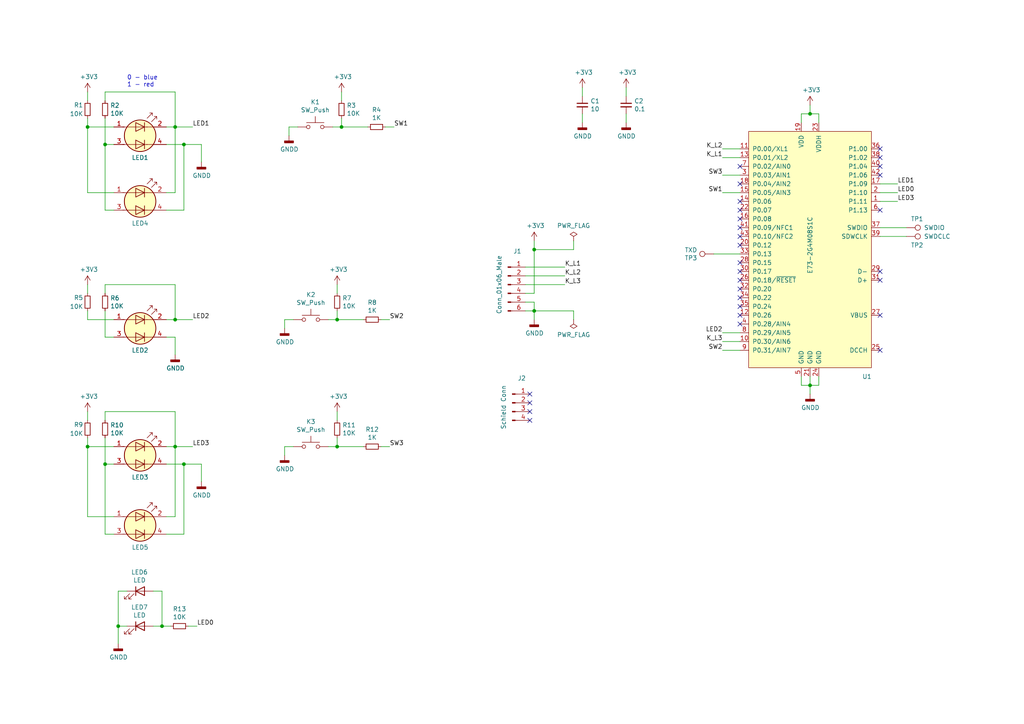
<source format=kicad_sch>
(kicad_sch (version 20211123) (generator eeschema)

  (uuid 77ed3941-d133-4aef-a9af-5a39322d14eb)

  (paper "A4")

  (lib_symbols
    (symbol "Connector:Conn_01x04_Male" (pin_names (offset 1.016) hide) (in_bom yes) (on_board yes)
      (property "Reference" "J" (id 0) (at 0 5.08 0)
        (effects (font (size 1.27 1.27)))
      )
      (property "Value" "Conn_01x04_Male" (id 1) (at 0 -7.62 0)
        (effects (font (size 1.27 1.27)))
      )
      (property "Footprint" "" (id 2) (at 0 0 0)
        (effects (font (size 1.27 1.27)) hide)
      )
      (property "Datasheet" "~" (id 3) (at 0 0 0)
        (effects (font (size 1.27 1.27)) hide)
      )
      (property "ki_keywords" "connector" (id 4) (at 0 0 0)
        (effects (font (size 1.27 1.27)) hide)
      )
      (property "ki_description" "Generic connector, single row, 01x04, script generated (kicad-library-utils/schlib/autogen/connector/)" (id 5) (at 0 0 0)
        (effects (font (size 1.27 1.27)) hide)
      )
      (property "ki_fp_filters" "Connector*:*_1x??_*" (id 6) (at 0 0 0)
        (effects (font (size 1.27 1.27)) hide)
      )
      (symbol "Conn_01x04_Male_1_1"
        (polyline
          (pts
            (xy 1.27 -5.08)
            (xy 0.8636 -5.08)
          )
          (stroke (width 0.1524) (type default) (color 0 0 0 0))
          (fill (type none))
        )
        (polyline
          (pts
            (xy 1.27 -2.54)
            (xy 0.8636 -2.54)
          )
          (stroke (width 0.1524) (type default) (color 0 0 0 0))
          (fill (type none))
        )
        (polyline
          (pts
            (xy 1.27 0)
            (xy 0.8636 0)
          )
          (stroke (width 0.1524) (type default) (color 0 0 0 0))
          (fill (type none))
        )
        (polyline
          (pts
            (xy 1.27 2.54)
            (xy 0.8636 2.54)
          )
          (stroke (width 0.1524) (type default) (color 0 0 0 0))
          (fill (type none))
        )
        (rectangle (start 0.8636 -4.953) (end 0 -5.207)
          (stroke (width 0.1524) (type default) (color 0 0 0 0))
          (fill (type outline))
        )
        (rectangle (start 0.8636 -2.413) (end 0 -2.667)
          (stroke (width 0.1524) (type default) (color 0 0 0 0))
          (fill (type outline))
        )
        (rectangle (start 0.8636 0.127) (end 0 -0.127)
          (stroke (width 0.1524) (type default) (color 0 0 0 0))
          (fill (type outline))
        )
        (rectangle (start 0.8636 2.667) (end 0 2.413)
          (stroke (width 0.1524) (type default) (color 0 0 0 0))
          (fill (type outline))
        )
        (pin passive line (at 5.08 2.54 180) (length 3.81)
          (name "Pin_1" (effects (font (size 1.27 1.27))))
          (number "1" (effects (font (size 1.27 1.27))))
        )
        (pin passive line (at 5.08 0 180) (length 3.81)
          (name "Pin_2" (effects (font (size 1.27 1.27))))
          (number "2" (effects (font (size 1.27 1.27))))
        )
        (pin passive line (at 5.08 -2.54 180) (length 3.81)
          (name "Pin_3" (effects (font (size 1.27 1.27))))
          (number "3" (effects (font (size 1.27 1.27))))
        )
        (pin passive line (at 5.08 -5.08 180) (length 3.81)
          (name "Pin_4" (effects (font (size 1.27 1.27))))
          (number "4" (effects (font (size 1.27 1.27))))
        )
      )
    )
    (symbol "Connector:Conn_01x06_Male" (pin_names (offset 1.016) hide) (in_bom yes) (on_board yes)
      (property "Reference" "J" (id 0) (at 0 7.62 0)
        (effects (font (size 1.27 1.27)))
      )
      (property "Value" "Conn_01x06_Male" (id 1) (at 0 -10.16 0)
        (effects (font (size 1.27 1.27)))
      )
      (property "Footprint" "" (id 2) (at 0 0 0)
        (effects (font (size 1.27 1.27)) hide)
      )
      (property "Datasheet" "~" (id 3) (at 0 0 0)
        (effects (font (size 1.27 1.27)) hide)
      )
      (property "ki_keywords" "connector" (id 4) (at 0 0 0)
        (effects (font (size 1.27 1.27)) hide)
      )
      (property "ki_description" "Generic connector, single row, 01x06, script generated (kicad-library-utils/schlib/autogen/connector/)" (id 5) (at 0 0 0)
        (effects (font (size 1.27 1.27)) hide)
      )
      (property "ki_fp_filters" "Connector*:*_1x??_*" (id 6) (at 0 0 0)
        (effects (font (size 1.27 1.27)) hide)
      )
      (symbol "Conn_01x06_Male_1_1"
        (polyline
          (pts
            (xy 1.27 -7.62)
            (xy 0.8636 -7.62)
          )
          (stroke (width 0.1524) (type default) (color 0 0 0 0))
          (fill (type none))
        )
        (polyline
          (pts
            (xy 1.27 -5.08)
            (xy 0.8636 -5.08)
          )
          (stroke (width 0.1524) (type default) (color 0 0 0 0))
          (fill (type none))
        )
        (polyline
          (pts
            (xy 1.27 -2.54)
            (xy 0.8636 -2.54)
          )
          (stroke (width 0.1524) (type default) (color 0 0 0 0))
          (fill (type none))
        )
        (polyline
          (pts
            (xy 1.27 0)
            (xy 0.8636 0)
          )
          (stroke (width 0.1524) (type default) (color 0 0 0 0))
          (fill (type none))
        )
        (polyline
          (pts
            (xy 1.27 2.54)
            (xy 0.8636 2.54)
          )
          (stroke (width 0.1524) (type default) (color 0 0 0 0))
          (fill (type none))
        )
        (polyline
          (pts
            (xy 1.27 5.08)
            (xy 0.8636 5.08)
          )
          (stroke (width 0.1524) (type default) (color 0 0 0 0))
          (fill (type none))
        )
        (rectangle (start 0.8636 -7.493) (end 0 -7.747)
          (stroke (width 0.1524) (type default) (color 0 0 0 0))
          (fill (type outline))
        )
        (rectangle (start 0.8636 -4.953) (end 0 -5.207)
          (stroke (width 0.1524) (type default) (color 0 0 0 0))
          (fill (type outline))
        )
        (rectangle (start 0.8636 -2.413) (end 0 -2.667)
          (stroke (width 0.1524) (type default) (color 0 0 0 0))
          (fill (type outline))
        )
        (rectangle (start 0.8636 0.127) (end 0 -0.127)
          (stroke (width 0.1524) (type default) (color 0 0 0 0))
          (fill (type outline))
        )
        (rectangle (start 0.8636 2.667) (end 0 2.413)
          (stroke (width 0.1524) (type default) (color 0 0 0 0))
          (fill (type outline))
        )
        (rectangle (start 0.8636 5.207) (end 0 4.953)
          (stroke (width 0.1524) (type default) (color 0 0 0 0))
          (fill (type outline))
        )
        (pin passive line (at 5.08 5.08 180) (length 3.81)
          (name "Pin_1" (effects (font (size 1.27 1.27))))
          (number "1" (effects (font (size 1.27 1.27))))
        )
        (pin passive line (at 5.08 2.54 180) (length 3.81)
          (name "Pin_2" (effects (font (size 1.27 1.27))))
          (number "2" (effects (font (size 1.27 1.27))))
        )
        (pin passive line (at 5.08 0 180) (length 3.81)
          (name "Pin_3" (effects (font (size 1.27 1.27))))
          (number "3" (effects (font (size 1.27 1.27))))
        )
        (pin passive line (at 5.08 -2.54 180) (length 3.81)
          (name "Pin_4" (effects (font (size 1.27 1.27))))
          (number "4" (effects (font (size 1.27 1.27))))
        )
        (pin passive line (at 5.08 -5.08 180) (length 3.81)
          (name "Pin_5" (effects (font (size 1.27 1.27))))
          (number "5" (effects (font (size 1.27 1.27))))
        )
        (pin passive line (at 5.08 -7.62 180) (length 3.81)
          (name "Pin_6" (effects (font (size 1.27 1.27))))
          (number "6" (effects (font (size 1.27 1.27))))
        )
      )
    )
    (symbol "Connector:TestPoint" (pin_numbers hide) (pin_names (offset 0.762) hide) (in_bom yes) (on_board yes)
      (property "Reference" "TP" (id 0) (at 0 6.858 0)
        (effects (font (size 1.27 1.27)))
      )
      (property "Value" "TestPoint" (id 1) (at 0 5.08 0)
        (effects (font (size 1.27 1.27)))
      )
      (property "Footprint" "" (id 2) (at 5.08 0 0)
        (effects (font (size 1.27 1.27)) hide)
      )
      (property "Datasheet" "~" (id 3) (at 5.08 0 0)
        (effects (font (size 1.27 1.27)) hide)
      )
      (property "ki_keywords" "test point tp" (id 4) (at 0 0 0)
        (effects (font (size 1.27 1.27)) hide)
      )
      (property "ki_description" "test point" (id 5) (at 0 0 0)
        (effects (font (size 1.27 1.27)) hide)
      )
      (property "ki_fp_filters" "Pin* Test*" (id 6) (at 0 0 0)
        (effects (font (size 1.27 1.27)) hide)
      )
      (symbol "TestPoint_0_1"
        (circle (center 0 3.302) (radius 0.762)
          (stroke (width 0) (type default) (color 0 0 0 0))
          (fill (type none))
        )
      )
      (symbol "TestPoint_1_1"
        (pin passive line (at 0 0 90) (length 2.54)
          (name "1" (effects (font (size 1.27 1.27))))
          (number "1" (effects (font (size 1.27 1.27))))
        )
      )
    )
    (symbol "Device:C_Small" (pin_numbers hide) (pin_names (offset 0.254) hide) (in_bom yes) (on_board yes)
      (property "Reference" "C" (id 0) (at 0.254 1.778 0)
        (effects (font (size 1.27 1.27)) (justify left))
      )
      (property "Value" "C_Small" (id 1) (at 0.254 -2.032 0)
        (effects (font (size 1.27 1.27)) (justify left))
      )
      (property "Footprint" "" (id 2) (at 0 0 0)
        (effects (font (size 1.27 1.27)) hide)
      )
      (property "Datasheet" "~" (id 3) (at 0 0 0)
        (effects (font (size 1.27 1.27)) hide)
      )
      (property "ki_keywords" "capacitor cap" (id 4) (at 0 0 0)
        (effects (font (size 1.27 1.27)) hide)
      )
      (property "ki_description" "Unpolarized capacitor, small symbol" (id 5) (at 0 0 0)
        (effects (font (size 1.27 1.27)) hide)
      )
      (property "ki_fp_filters" "C_*" (id 6) (at 0 0 0)
        (effects (font (size 1.27 1.27)) hide)
      )
      (symbol "C_Small_0_1"
        (polyline
          (pts
            (xy -1.524 -0.508)
            (xy 1.524 -0.508)
          )
          (stroke (width 0.3302) (type default) (color 0 0 0 0))
          (fill (type none))
        )
        (polyline
          (pts
            (xy -1.524 0.508)
            (xy 1.524 0.508)
          )
          (stroke (width 0.3048) (type default) (color 0 0 0 0))
          (fill (type none))
        )
      )
      (symbol "C_Small_1_1"
        (pin passive line (at 0 2.54 270) (length 2.032)
          (name "~" (effects (font (size 1.27 1.27))))
          (number "1" (effects (font (size 1.27 1.27))))
        )
        (pin passive line (at 0 -2.54 90) (length 2.032)
          (name "~" (effects (font (size 1.27 1.27))))
          (number "2" (effects (font (size 1.27 1.27))))
        )
      )
    )
    (symbol "Device:LED" (pin_numbers hide) (pin_names (offset 1.016) hide) (in_bom yes) (on_board yes)
      (property "Reference" "D" (id 0) (at 0 2.54 0)
        (effects (font (size 1.27 1.27)))
      )
      (property "Value" "LED" (id 1) (at 0 -2.54 0)
        (effects (font (size 1.27 1.27)))
      )
      (property "Footprint" "" (id 2) (at 0 0 0)
        (effects (font (size 1.27 1.27)) hide)
      )
      (property "Datasheet" "~" (id 3) (at 0 0 0)
        (effects (font (size 1.27 1.27)) hide)
      )
      (property "ki_keywords" "LED diode" (id 4) (at 0 0 0)
        (effects (font (size 1.27 1.27)) hide)
      )
      (property "ki_description" "Light emitting diode" (id 5) (at 0 0 0)
        (effects (font (size 1.27 1.27)) hide)
      )
      (property "ki_fp_filters" "LED* LED_SMD:* LED_THT:*" (id 6) (at 0 0 0)
        (effects (font (size 1.27 1.27)) hide)
      )
      (symbol "LED_0_1"
        (polyline
          (pts
            (xy -1.27 -1.27)
            (xy -1.27 1.27)
          )
          (stroke (width 0.254) (type default) (color 0 0 0 0))
          (fill (type none))
        )
        (polyline
          (pts
            (xy -1.27 0)
            (xy 1.27 0)
          )
          (stroke (width 0) (type default) (color 0 0 0 0))
          (fill (type none))
        )
        (polyline
          (pts
            (xy 1.27 -1.27)
            (xy 1.27 1.27)
            (xy -1.27 0)
            (xy 1.27 -1.27)
          )
          (stroke (width 0.254) (type default) (color 0 0 0 0))
          (fill (type none))
        )
        (polyline
          (pts
            (xy -3.048 -0.762)
            (xy -4.572 -2.286)
            (xy -3.81 -2.286)
            (xy -4.572 -2.286)
            (xy -4.572 -1.524)
          )
          (stroke (width 0) (type default) (color 0 0 0 0))
          (fill (type none))
        )
        (polyline
          (pts
            (xy -1.778 -0.762)
            (xy -3.302 -2.286)
            (xy -2.54 -2.286)
            (xy -3.302 -2.286)
            (xy -3.302 -1.524)
          )
          (stroke (width 0) (type default) (color 0 0 0 0))
          (fill (type none))
        )
      )
      (symbol "LED_1_1"
        (pin passive line (at -3.81 0 0) (length 2.54)
          (name "K" (effects (font (size 1.27 1.27))))
          (number "1" (effects (font (size 1.27 1.27))))
        )
        (pin passive line (at 3.81 0 180) (length 2.54)
          (name "A" (effects (font (size 1.27 1.27))))
          (number "2" (effects (font (size 1.27 1.27))))
        )
      )
    )
    (symbol "Device:LED_Dual_ACAC" (pin_names (offset 0) hide) (in_bom yes) (on_board yes)
      (property "Reference" "D" (id 0) (at 0 5.715 0)
        (effects (font (size 1.27 1.27)))
      )
      (property "Value" "Device_LED_Dual_ACAC" (id 1) (at 0 -6.35 0)
        (effects (font (size 1.27 1.27)))
      )
      (property "Footprint" "" (id 2) (at 0.762 0 0)
        (effects (font (size 1.27 1.27)) hide)
      )
      (property "Datasheet" "" (id 3) (at 0.762 0 0)
        (effects (font (size 1.27 1.27)) hide)
      )
      (property "ki_fp_filters" "LED* LED_SMD:* LED_THT:*" (id 4) (at 0 0 0)
        (effects (font (size 1.27 1.27)) hide)
      )
      (symbol "LED_Dual_ACAC_0_1"
        (polyline
          (pts
            (xy -5.08 -2.54)
            (xy 2.032 -2.54)
          )
          (stroke (width 0) (type default) (color 0 0 0 0))
          (fill (type none))
        )
        (polyline
          (pts
            (xy -5.08 2.54)
            (xy 2.032 2.54)
          )
          (stroke (width 0) (type default) (color 0 0 0 0))
          (fill (type none))
        )
        (polyline
          (pts
            (xy 1.27 -1.27)
            (xy 1.27 -3.81)
          )
          (stroke (width 0.2032) (type default) (color 0 0 0 0))
          (fill (type none))
        )
        (polyline
          (pts
            (xy 1.27 3.81)
            (xy 1.27 1.27)
          )
          (stroke (width 0.2032) (type default) (color 0 0 0 0))
          (fill (type none))
        )
        (polyline
          (pts
            (xy 3.81 -2.54)
            (xy 1.905 -2.54)
          )
          (stroke (width 0) (type default) (color 0 0 0 0))
          (fill (type none))
        )
        (polyline
          (pts
            (xy 3.81 2.54)
            (xy 1.905 2.54)
          )
          (stroke (width 0) (type default) (color 0 0 0 0))
          (fill (type none))
        )
        (polyline
          (pts
            (xy -1.27 -1.27)
            (xy -1.27 -3.81)
            (xy 1.27 -2.54)
            (xy -1.27 -1.27)
          )
          (stroke (width 0.2032) (type default) (color 0 0 0 0))
          (fill (type none))
        )
        (polyline
          (pts
            (xy -1.27 3.81)
            (xy -1.27 1.27)
            (xy 1.27 2.54)
            (xy -1.27 3.81)
          )
          (stroke (width 0.2032) (type default) (color 0 0 0 0))
          (fill (type none))
        )
        (polyline
          (pts
            (xy 2.032 5.08)
            (xy 3.556 6.604)
            (xy 2.794 6.604)
            (xy 3.556 6.604)
            (xy 3.556 5.842)
          )
          (stroke (width 0) (type default) (color 0 0 0 0))
          (fill (type none))
        )
        (polyline
          (pts
            (xy 3.302 4.064)
            (xy 4.826 5.588)
            (xy 4.064 5.588)
            (xy 4.826 5.588)
            (xy 4.826 4.826)
          )
          (stroke (width 0) (type default) (color 0 0 0 0))
          (fill (type none))
        )
        (circle (center 0 0) (radius 4.572)
          (stroke (width 0.254) (type default) (color 0 0 0 0))
          (fill (type background))
        )
      )
      (symbol "LED_Dual_ACAC_1_1"
        (pin input line (at -7.62 2.54 0) (length 3.048)
          (name "A1" (effects (font (size 1.27 1.27))))
          (number "1" (effects (font (size 1.27 1.27))))
        )
        (pin input line (at 7.62 2.54 180) (length 3.81)
          (name "K1" (effects (font (size 1.27 1.27))))
          (number "2" (effects (font (size 1.27 1.27))))
        )
        (pin input line (at -7.62 -2.54 0) (length 3.048)
          (name "A2" (effects (font (size 1.27 1.27))))
          (number "3" (effects (font (size 1.27 1.27))))
        )
        (pin input line (at 7.62 -2.54 180) (length 3.81)
          (name "K2" (effects (font (size 1.27 1.27))))
          (number "4" (effects (font (size 1.27 1.27))))
        )
      )
    )
    (symbol "Device:R_Small" (pin_numbers hide) (pin_names (offset 0.254) hide) (in_bom yes) (on_board yes)
      (property "Reference" "R" (id 0) (at 0.762 0.508 0)
        (effects (font (size 1.27 1.27)) (justify left))
      )
      (property "Value" "R_Small" (id 1) (at 0.762 -1.016 0)
        (effects (font (size 1.27 1.27)) (justify left))
      )
      (property "Footprint" "" (id 2) (at 0 0 0)
        (effects (font (size 1.27 1.27)) hide)
      )
      (property "Datasheet" "~" (id 3) (at 0 0 0)
        (effects (font (size 1.27 1.27)) hide)
      )
      (property "ki_keywords" "R resistor" (id 4) (at 0 0 0)
        (effects (font (size 1.27 1.27)) hide)
      )
      (property "ki_description" "Resistor, small symbol" (id 5) (at 0 0 0)
        (effects (font (size 1.27 1.27)) hide)
      )
      (property "ki_fp_filters" "R_*" (id 6) (at 0 0 0)
        (effects (font (size 1.27 1.27)) hide)
      )
      (symbol "R_Small_0_1"
        (rectangle (start -0.762 1.778) (end 0.762 -1.778)
          (stroke (width 0.2032) (type default) (color 0 0 0 0))
          (fill (type none))
        )
      )
      (symbol "R_Small_1_1"
        (pin passive line (at 0 2.54 270) (length 0.762)
          (name "~" (effects (font (size 1.27 1.27))))
          (number "1" (effects (font (size 1.27 1.27))))
        )
        (pin passive line (at 0 -2.54 90) (length 0.762)
          (name "~" (effects (font (size 1.27 1.27))))
          (number "2" (effects (font (size 1.27 1.27))))
        )
      )
    )
    (symbol "Switch:SW_Push" (pin_numbers hide) (pin_names (offset 1.016) hide) (in_bom yes) (on_board yes)
      (property "Reference" "SW" (id 0) (at 1.27 2.54 0)
        (effects (font (size 1.27 1.27)) (justify left))
      )
      (property "Value" "SW_Push" (id 1) (at 0 -1.524 0)
        (effects (font (size 1.27 1.27)))
      )
      (property "Footprint" "" (id 2) (at 0 5.08 0)
        (effects (font (size 1.27 1.27)) hide)
      )
      (property "Datasheet" "~" (id 3) (at 0 5.08 0)
        (effects (font (size 1.27 1.27)) hide)
      )
      (property "ki_keywords" "switch normally-open pushbutton push-button" (id 4) (at 0 0 0)
        (effects (font (size 1.27 1.27)) hide)
      )
      (property "ki_description" "Push button switch, generic, two pins" (id 5) (at 0 0 0)
        (effects (font (size 1.27 1.27)) hide)
      )
      (symbol "SW_Push_0_1"
        (circle (center -2.032 0) (radius 0.508)
          (stroke (width 0) (type default) (color 0 0 0 0))
          (fill (type none))
        )
        (polyline
          (pts
            (xy 0 1.27)
            (xy 0 3.048)
          )
          (stroke (width 0) (type default) (color 0 0 0 0))
          (fill (type none))
        )
        (polyline
          (pts
            (xy 2.54 1.27)
            (xy -2.54 1.27)
          )
          (stroke (width 0) (type default) (color 0 0 0 0))
          (fill (type none))
        )
        (circle (center 2.032 0) (radius 0.508)
          (stroke (width 0) (type default) (color 0 0 0 0))
          (fill (type none))
        )
        (pin passive line (at -5.08 0 0) (length 2.54)
          (name "1" (effects (font (size 1.27 1.27))))
          (number "1" (effects (font (size 1.27 1.27))))
        )
        (pin passive line (at 5.08 0 180) (length 2.54)
          (name "2" (effects (font (size 1.27 1.27))))
          (number "2" (effects (font (size 1.27 1.27))))
        )
      )
    )
    (symbol "nrf5:E73-2G4M08S1C" (pin_names (offset 1.016)) (in_bom yes) (on_board yes)
      (property "Reference" "U" (id 0) (at -15.24 -38.1 0)
        (effects (font (size 1.27 1.27)))
      )
      (property "Value" "E73-2G4M08S1C" (id 1) (at 0 0 90)
        (effects (font (size 1.27 1.27)))
      )
      (property "Footprint" "" (id 2) (at 0 0 0)
        (effects (font (size 1.27 1.27)) hide)
      )
      (property "Datasheet" "" (id 3) (at 0 0 0)
        (effects (font (size 1.27 1.27)) hide)
      )
      (property "ki_fp_filters" "E73-2G4M08S1C" (id 4) (at 0 0 0)
        (effects (font (size 1.27 1.27)) hide)
      )
      (symbol "E73-2G4M08S1C_0_1"
        (rectangle (start -17.78 33.02) (end 17.78 -35.56)
          (stroke (width 0) (type default) (color 0 0 0 0))
          (fill (type background))
        )
      )
      (symbol "E73-2G4M08S1C_1_1"
        (pin bidirectional line (at 20.32 12.7 180) (length 2.54)
          (name "P1.11" (effects (font (size 1.27 1.27))))
          (number "1" (effects (font (size 1.27 1.27))))
        )
        (pin bidirectional line (at -20.32 -27.94 0) (length 2.54)
          (name "P0.30/AIN6" (effects (font (size 1.27 1.27))))
          (number "10" (effects (font (size 1.27 1.27))))
        )
        (pin bidirectional line (at -20.32 27.94 0) (length 2.54)
          (name "P0.00/XL1" (effects (font (size 1.27 1.27))))
          (number "11" (effects (font (size 1.27 1.27))))
        )
        (pin bidirectional line (at -20.32 -20.32 0) (length 2.54)
          (name "P0.26" (effects (font (size 1.27 1.27))))
          (number "12" (effects (font (size 1.27 1.27))))
        )
        (pin bidirectional line (at -20.32 25.4 0) (length 2.54)
          (name "P0.01/XL2" (effects (font (size 1.27 1.27))))
          (number "13" (effects (font (size 1.27 1.27))))
        )
        (pin bidirectional line (at -20.32 12.7 0) (length 2.54)
          (name "P0.06" (effects (font (size 1.27 1.27))))
          (number "14" (effects (font (size 1.27 1.27))))
        )
        (pin bidirectional line (at -20.32 15.24 0) (length 2.54)
          (name "P0.05/AIN3" (effects (font (size 1.27 1.27))))
          (number "15" (effects (font (size 1.27 1.27))))
        )
        (pin bidirectional line (at -20.32 7.62 0) (length 2.54)
          (name "P0.08" (effects (font (size 1.27 1.27))))
          (number "16" (effects (font (size 1.27 1.27))))
        )
        (pin bidirectional line (at 20.32 17.78 180) (length 2.54)
          (name "P1.09" (effects (font (size 1.27 1.27))))
          (number "17" (effects (font (size 1.27 1.27))))
        )
        (pin bidirectional line (at -20.32 17.78 0) (length 2.54)
          (name "P0.04/AIN2" (effects (font (size 1.27 1.27))))
          (number "18" (effects (font (size 1.27 1.27))))
        )
        (pin power_in line (at -2.54 35.56 270) (length 2.54)
          (name "VDD" (effects (font (size 1.27 1.27))))
          (number "19" (effects (font (size 1.27 1.27))))
        )
        (pin bidirectional line (at 20.32 15.24 180) (length 2.54)
          (name "P1.10" (effects (font (size 1.27 1.27))))
          (number "2" (effects (font (size 1.27 1.27))))
        )
        (pin bidirectional line (at -20.32 0 0) (length 2.54)
          (name "P0.12" (effects (font (size 1.27 1.27))))
          (number "20" (effects (font (size 1.27 1.27))))
        )
        (pin power_in line (at 0 -38.1 90) (length 2.54)
          (name "GND" (effects (font (size 1.27 1.27))))
          (number "21" (effects (font (size 1.27 1.27))))
        )
        (pin bidirectional line (at -20.32 10.16 0) (length 2.54)
          (name "P0.07" (effects (font (size 1.27 1.27))))
          (number "22" (effects (font (size 1.27 1.27))))
        )
        (pin power_in line (at 2.54 35.56 270) (length 2.54)
          (name "VDDH" (effects (font (size 1.27 1.27))))
          (number "23" (effects (font (size 1.27 1.27))))
        )
        (pin power_in line (at 2.54 -38.1 90) (length 2.54)
          (name "GND" (effects (font (size 1.27 1.27))))
          (number "24" (effects (font (size 1.27 1.27))))
        )
        (pin power_out line (at 20.32 -30.48 180) (length 2.54)
          (name "DCCH" (effects (font (size 1.27 1.27))))
          (number "25" (effects (font (size 1.27 1.27))))
        )
        (pin bidirectional line (at -20.32 -10.16 0) (length 2.54)
          (name "P0.18/~{RESET}" (effects (font (size 1.27 1.27))))
          (number "26" (effects (font (size 1.27 1.27))))
        )
        (pin power_in line (at 20.32 -20.32 180) (length 2.54)
          (name "VBUS" (effects (font (size 1.27 1.27))))
          (number "27" (effects (font (size 1.27 1.27))))
        )
        (pin bidirectional line (at -20.32 -5.08 0) (length 2.54)
          (name "P0.15" (effects (font (size 1.27 1.27))))
          (number "28" (effects (font (size 1.27 1.27))))
        )
        (pin bidirectional line (at 20.32 -7.62 180) (length 2.54)
          (name "D-" (effects (font (size 1.27 1.27))))
          (number "29" (effects (font (size 1.27 1.27))))
        )
        (pin bidirectional line (at -20.32 20.32 0) (length 2.54)
          (name "P0.03/AIN1" (effects (font (size 1.27 1.27))))
          (number "3" (effects (font (size 1.27 1.27))))
        )
        (pin bidirectional line (at -20.32 -7.62 0) (length 2.54)
          (name "P0.17" (effects (font (size 1.27 1.27))))
          (number "30" (effects (font (size 1.27 1.27))))
        )
        (pin bidirectional line (at 20.32 -10.16 180) (length 2.54)
          (name "D+" (effects (font (size 1.27 1.27))))
          (number "31" (effects (font (size 1.27 1.27))))
        )
        (pin bidirectional line (at -20.32 -12.7 0) (length 2.54)
          (name "P0.20" (effects (font (size 1.27 1.27))))
          (number "32" (effects (font (size 1.27 1.27))))
        )
        (pin bidirectional line (at -20.32 -2.54 0) (length 2.54)
          (name "P0.13" (effects (font (size 1.27 1.27))))
          (number "33" (effects (font (size 1.27 1.27))))
        )
        (pin bidirectional line (at -20.32 -15.24 0) (length 2.54)
          (name "P0.22" (effects (font (size 1.27 1.27))))
          (number "34" (effects (font (size 1.27 1.27))))
        )
        (pin bidirectional line (at -20.32 -17.78 0) (length 2.54)
          (name "P0.24" (effects (font (size 1.27 1.27))))
          (number "35" (effects (font (size 1.27 1.27))))
        )
        (pin bidirectional line (at 20.32 27.94 180) (length 2.54)
          (name "P1.00" (effects (font (size 1.27 1.27))))
          (number "36" (effects (font (size 1.27 1.27))))
        )
        (pin bidirectional line (at 20.32 5.08 180) (length 2.54)
          (name "SWDIO" (effects (font (size 1.27 1.27))))
          (number "37" (effects (font (size 1.27 1.27))))
        )
        (pin bidirectional line (at 20.32 25.4 180) (length 2.54)
          (name "P1.02" (effects (font (size 1.27 1.27))))
          (number "38" (effects (font (size 1.27 1.27))))
        )
        (pin input line (at 20.32 2.54 180) (length 2.54)
          (name "SDWCLK" (effects (font (size 1.27 1.27))))
          (number "39" (effects (font (size 1.27 1.27))))
        )
        (pin bidirectional line (at -20.32 -22.86 0) (length 2.54)
          (name "P0.28/AIN4" (effects (font (size 1.27 1.27))))
          (number "4" (effects (font (size 1.27 1.27))))
        )
        (pin bidirectional line (at 20.32 22.86 180) (length 2.54)
          (name "P1.04" (effects (font (size 1.27 1.27))))
          (number "40" (effects (font (size 1.27 1.27))))
        )
        (pin bidirectional line (at -20.32 5.08 0) (length 2.54)
          (name "P0.09/NFC1" (effects (font (size 1.27 1.27))))
          (number "41" (effects (font (size 1.27 1.27))))
        )
        (pin bidirectional line (at 20.32 20.32 180) (length 2.54)
          (name "P1.06" (effects (font (size 1.27 1.27))))
          (number "42" (effects (font (size 1.27 1.27))))
        )
        (pin bidirectional line (at -20.32 2.54 0) (length 2.54)
          (name "P0.10/NFC2" (effects (font (size 1.27 1.27))))
          (number "43" (effects (font (size 1.27 1.27))))
        )
        (pin power_in line (at -2.54 -38.1 90) (length 2.54)
          (name "GND" (effects (font (size 1.27 1.27))))
          (number "5" (effects (font (size 1.27 1.27))))
        )
        (pin bidirectional line (at 20.32 10.16 180) (length 2.54)
          (name "P1.13" (effects (font (size 1.27 1.27))))
          (number "6" (effects (font (size 1.27 1.27))))
        )
        (pin bidirectional line (at -20.32 22.86 0) (length 2.54)
          (name "P0.02/AIN0" (effects (font (size 1.27 1.27))))
          (number "7" (effects (font (size 1.27 1.27))))
        )
        (pin bidirectional line (at -20.32 -25.4 0) (length 2.54)
          (name "P0.29/AIN5" (effects (font (size 1.27 1.27))))
          (number "8" (effects (font (size 1.27 1.27))))
        )
        (pin bidirectional line (at -20.32 -30.48 0) (length 2.54)
          (name "P0.31/AIN7" (effects (font (size 1.27 1.27))))
          (number "9" (effects (font (size 1.27 1.27))))
        )
      )
    )
    (symbol "power:+3.3V" (power) (pin_names (offset 0)) (in_bom yes) (on_board yes)
      (property "Reference" "#PWR" (id 0) (at 0 -3.81 0)
        (effects (font (size 1.27 1.27)) hide)
      )
      (property "Value" "+3.3V" (id 1) (at 0 3.556 0)
        (effects (font (size 1.27 1.27)))
      )
      (property "Footprint" "" (id 2) (at 0 0 0)
        (effects (font (size 1.27 1.27)) hide)
      )
      (property "Datasheet" "" (id 3) (at 0 0 0)
        (effects (font (size 1.27 1.27)) hide)
      )
      (property "ki_keywords" "power-flag" (id 4) (at 0 0 0)
        (effects (font (size 1.27 1.27)) hide)
      )
      (property "ki_description" "Power symbol creates a global label with name \"+3.3V\"" (id 5) (at 0 0 0)
        (effects (font (size 1.27 1.27)) hide)
      )
      (symbol "+3.3V_0_1"
        (polyline
          (pts
            (xy -0.762 1.27)
            (xy 0 2.54)
          )
          (stroke (width 0) (type default) (color 0 0 0 0))
          (fill (type none))
        )
        (polyline
          (pts
            (xy 0 0)
            (xy 0 2.54)
          )
          (stroke (width 0) (type default) (color 0 0 0 0))
          (fill (type none))
        )
        (polyline
          (pts
            (xy 0 2.54)
            (xy 0.762 1.27)
          )
          (stroke (width 0) (type default) (color 0 0 0 0))
          (fill (type none))
        )
      )
      (symbol "+3.3V_1_1"
        (pin power_in line (at 0 0 90) (length 0) hide
          (name "+3V3" (effects (font (size 1.27 1.27))))
          (number "1" (effects (font (size 1.27 1.27))))
        )
      )
    )
    (symbol "power:GNDD" (power) (pin_names (offset 0)) (in_bom yes) (on_board yes)
      (property "Reference" "#PWR" (id 0) (at 0 -6.35 0)
        (effects (font (size 1.27 1.27)) hide)
      )
      (property "Value" "GNDD" (id 1) (at 0 -3.175 0)
        (effects (font (size 1.27 1.27)))
      )
      (property "Footprint" "" (id 2) (at 0 0 0)
        (effects (font (size 1.27 1.27)) hide)
      )
      (property "Datasheet" "" (id 3) (at 0 0 0)
        (effects (font (size 1.27 1.27)) hide)
      )
      (property "ki_keywords" "power-flag" (id 4) (at 0 0 0)
        (effects (font (size 1.27 1.27)) hide)
      )
      (property "ki_description" "Power symbol creates a global label with name \"GNDD\" , digital ground" (id 5) (at 0 0 0)
        (effects (font (size 1.27 1.27)) hide)
      )
      (symbol "GNDD_0_1"
        (rectangle (start -1.27 -1.524) (end 1.27 -2.032)
          (stroke (width 0.254) (type default) (color 0 0 0 0))
          (fill (type outline))
        )
        (polyline
          (pts
            (xy 0 0)
            (xy 0 -1.524)
          )
          (stroke (width 0) (type default) (color 0 0 0 0))
          (fill (type none))
        )
      )
      (symbol "GNDD_1_1"
        (pin power_in line (at 0 0 270) (length 0) hide
          (name "GNDD" (effects (font (size 1.27 1.27))))
          (number "1" (effects (font (size 1.27 1.27))))
        )
      )
    )
    (symbol "power:PWR_FLAG" (power) (pin_numbers hide) (pin_names (offset 0) hide) (in_bom yes) (on_board yes)
      (property "Reference" "#FLG" (id 0) (at 0 1.905 0)
        (effects (font (size 1.27 1.27)) hide)
      )
      (property "Value" "PWR_FLAG" (id 1) (at 0 3.81 0)
        (effects (font (size 1.27 1.27)))
      )
      (property "Footprint" "" (id 2) (at 0 0 0)
        (effects (font (size 1.27 1.27)) hide)
      )
      (property "Datasheet" "~" (id 3) (at 0 0 0)
        (effects (font (size 1.27 1.27)) hide)
      )
      (property "ki_keywords" "power-flag" (id 4) (at 0 0 0)
        (effects (font (size 1.27 1.27)) hide)
      )
      (property "ki_description" "Special symbol for telling ERC where power comes from" (id 5) (at 0 0 0)
        (effects (font (size 1.27 1.27)) hide)
      )
      (symbol "PWR_FLAG_0_0"
        (pin power_out line (at 0 0 90) (length 0)
          (name "pwr" (effects (font (size 1.27 1.27))))
          (number "1" (effects (font (size 1.27 1.27))))
        )
      )
      (symbol "PWR_FLAG_0_1"
        (polyline
          (pts
            (xy 0 0)
            (xy 0 1.27)
            (xy -1.016 1.905)
            (xy 0 2.54)
            (xy 1.016 1.905)
            (xy 0 1.27)
          )
          (stroke (width 0) (type default) (color 0 0 0 0))
          (fill (type none))
        )
      )
    )
  )

  (junction (at 50.8 129.54) (diameter 0) (color 0 0 0 0)
    (uuid 065b9982-55f2-4822-977e-07e8a06e7b35)
  )
  (junction (at 25.4 36.83) (diameter 0) (color 0 0 0 0)
    (uuid 143ed874-a01f-4ced-ba4e-bbb66ddd1f70)
  )
  (junction (at 34.29 181.61) (diameter 0) (color 0 0 0 0)
    (uuid 1fa508ef-df83-4c99-846b-9acf535b3ad9)
  )
  (junction (at 50.8 92.71) (diameter 0) (color 0 0 0 0)
    (uuid 25e5aa8e-2696-44a3-8d3c-c2c53f2923cf)
  )
  (junction (at 50.8 36.83) (diameter 0) (color 0 0 0 0)
    (uuid 2dc54bac-8640-4dd7-b8ed-3c7acb01a8ea)
  )
  (junction (at 97.79 129.54) (diameter 0) (color 0 0 0 0)
    (uuid 35a9f71f-ba35-47f6-814e-4106ac36c51e)
  )
  (junction (at 30.48 41.91) (diameter 0) (color 0 0 0 0)
    (uuid 411d4270-c66c-4318-b7fb-1470d34862b8)
  )
  (junction (at 30.48 134.62) (diameter 0) (color 0 0 0 0)
    (uuid 477892a1-722e-4cda-bb6c-fcdb8ba5f93e)
  )
  (junction (at 234.95 111.76) (diameter 0) (color 0 0 0 0)
    (uuid 592f25e6-a01b-47fd-8172-3da01117d00a)
  )
  (junction (at 154.94 90.17) (diameter 0) (color 0 0 0 0)
    (uuid 666713b0-70f4-42df-8761-f65bc212d03b)
  )
  (junction (at 234.95 33.02) (diameter 0) (color 0 0 0 0)
    (uuid a53767ed-bb28-4f90-abe0-e0ea734812a4)
  )
  (junction (at 53.34 41.91) (diameter 0) (color 0 0 0 0)
    (uuid af347946-e3da-4427-87ab-77b747929f50)
  )
  (junction (at 97.79 92.71) (diameter 0) (color 0 0 0 0)
    (uuid ca87f11b-5f48-4b57-8535-68d3ec2fe5a9)
  )
  (junction (at 99.06 36.83) (diameter 0) (color 0 0 0 0)
    (uuid cb24efdd-07c6-4317-9277-131625b065ac)
  )
  (junction (at 25.4 129.54) (diameter 0) (color 0 0 0 0)
    (uuid cc15f583-a41b-43af-ba94-a75455506a96)
  )
  (junction (at 154.94 72.39) (diameter 0) (color 0 0 0 0)
    (uuid e0f06b5c-de63-4833-a591-ca9e19217a35)
  )
  (junction (at 53.34 134.62) (diameter 0) (color 0 0 0 0)
    (uuid e7369115-d491-4ef3-be3d-f5298992c3e8)
  )
  (junction (at 46.99 181.61) (diameter 0) (color 0 0 0 0)
    (uuid fbe8ebfc-2a8e-4eb8-85c5-38ddeaa5dd00)
  )

  (no_connect (at 214.63 63.5) (uuid 071522c0-d0ed-49b9-906e-6295f67fb0dc))
  (no_connect (at 214.63 48.26) (uuid 088f77ba-fca9-42b3-876e-a6937267f957))
  (no_connect (at 214.63 88.9) (uuid 109caac1-5036-4f23-9a66-f569d871501b))
  (no_connect (at 255.27 101.6) (uuid 19b0959e-a79b-43b2-a5ad-525ced7e9131))
  (no_connect (at 214.63 58.42) (uuid 2846428d-39de-4eae-8ce2-64955d56c493))
  (no_connect (at 153.67 116.84) (uuid 2e642b3e-a476-4c54-9a52-dcea955640cd))
  (no_connect (at 214.63 66.04) (uuid 31540a7e-dc9e-4e4d-96b1-dab15efa5f4b))
  (no_connect (at 214.63 53.34) (uuid 4e315e69-0417-463a-8b7f-469a08d1496e))
  (no_connect (at 214.63 91.44) (uuid 4fa10683-33cd-4dcd-8acc-2415cd63c62a))
  (no_connect (at 153.67 119.38) (uuid 5038e144-5119-49db-b6cf-f7c345f1cf03))
  (no_connect (at 255.27 78.74) (uuid 59ec3156-036e-4049-89db-91a9dd07095f))
  (no_connect (at 214.63 60.96) (uuid 6a2b20ae-096c-4d9f-92f8-2087c865914f))
  (no_connect (at 214.63 93.98) (uuid 71989e06-8659-4605-b2da-4f729cc41263))
  (no_connect (at 214.63 81.28) (uuid 7c04618d-9115-4179-b234-a8faf854ea92))
  (no_connect (at 153.67 114.3) (uuid 87371631-aa02-498a-998a-09bdb74784c1))
  (no_connect (at 255.27 50.8) (uuid 88668202-3f0b-4d07-84d4-dcd790f57272))
  (no_connect (at 214.63 76.2) (uuid 8bc2c25a-a1f1-4ce8-b96a-a4f8f4c35079))
  (no_connect (at 214.63 68.58) (uuid 8c1605f9-6c91-4701-96bf-e753661d5e23))
  (no_connect (at 255.27 81.28) (uuid 926001fd-2747-4639-8c0f-4fc46ff7218d))
  (no_connect (at 255.27 60.96) (uuid 9a0b74a5-4879-4b51-8e8e-6d85a0107422))
  (no_connect (at 214.63 78.74) (uuid 9cbf35b8-f4d3-42a3-bb16-04ffd03fd8fd))
  (no_connect (at 153.67 121.92) (uuid ac264c30-3e9a-4be2-b97a-9949b68bd497))
  (no_connect (at 214.63 83.82) (uuid b1ddb058-f7b2-429c-9489-f4e2242ad7e5))
  (no_connect (at 255.27 45.72) (uuid c106154f-d948-43e5-abfa-e1b96055d91b))
  (no_connect (at 255.27 48.26) (uuid c24d6ac8-802d-4df3-a210-9cb1f693e865))
  (no_connect (at 214.63 71.12) (uuid d39d813e-3e64-490c-ba5c-a64bb5ad6bd0))
  (no_connect (at 255.27 91.44) (uuid e67b9f8c-019b-4145-98a4-96545f6bb128))
  (no_connect (at 214.63 86.36) (uuid eee16674-2d21-45b6-ab5e-d669125df26c))
  (no_connect (at 255.27 43.18) (uuid f449bd37-cc90-4487-aee6-2a20b8d2843a))

  (wire (pts (xy 58.42 41.91) (xy 53.34 41.91))
    (stroke (width 0) (type default) (color 0 0 0 0))
    (uuid 009a4fb4-fcc0-4623-ae5d-c1bae3219583)
  )
  (wire (pts (xy 46.99 181.61) (xy 49.53 181.61))
    (stroke (width 0) (type default) (color 0 0 0 0))
    (uuid 00e38d63-5436-49db-81f5-697421f168fc)
  )
  (wire (pts (xy 105.41 92.71) (xy 97.79 92.71))
    (stroke (width 0) (type default) (color 0 0 0 0))
    (uuid 01e9b6e7-adf9-4ee7-9447-a588630ee4a2)
  )
  (wire (pts (xy 30.48 85.09) (xy 30.48 82.55))
    (stroke (width 0) (type default) (color 0 0 0 0))
    (uuid 0325ec43-0390-4ae2-b055-b1ec6ce17b1c)
  )
  (wire (pts (xy 50.8 36.83) (xy 55.88 36.83))
    (stroke (width 0) (type default) (color 0 0 0 0))
    (uuid 097edb1b-8998-4e70-b670-bba125982348)
  )
  (wire (pts (xy 166.37 72.39) (xy 154.94 72.39))
    (stroke (width 0) (type default) (color 0 0 0 0))
    (uuid 0ae82096-0994-4fb0-9a2a-d4ac4804abac)
  )
  (wire (pts (xy 214.63 99.06) (xy 209.55 99.06))
    (stroke (width 0) (type default) (color 0 0 0 0))
    (uuid 0bcafe80-ffba-4f1e-ae51-95a595b006db)
  )
  (wire (pts (xy 166.37 69.85) (xy 166.37 72.39))
    (stroke (width 0) (type default) (color 0 0 0 0))
    (uuid 0fdc6f30-77bc-4e9b-8665-c8aa9acf5bf9)
  )
  (wire (pts (xy 44.45 171.45) (xy 46.99 171.45))
    (stroke (width 0) (type default) (color 0 0 0 0))
    (uuid 155b0b7c-70b4-4a26-a550-bac13cab0aa4)
  )
  (wire (pts (xy 152.4 85.09) (xy 154.94 85.09))
    (stroke (width 0) (type default) (color 0 0 0 0))
    (uuid 1bf544e3-5940-4576-9291-2464e95c0ee2)
  )
  (wire (pts (xy 30.48 134.62) (xy 30.48 127))
    (stroke (width 0) (type default) (color 0 0 0 0))
    (uuid 1e8701fc-ad24-40ea-846a-e3db538d6077)
  )
  (wire (pts (xy 50.8 129.54) (xy 50.8 149.86))
    (stroke (width 0) (type default) (color 0 0 0 0))
    (uuid 221bef83-3ea7-4d3f-adeb-53a8a07c6273)
  )
  (wire (pts (xy 232.41 111.76) (xy 234.95 111.76))
    (stroke (width 0) (type default) (color 0 0 0 0))
    (uuid 240c10af-51b5-420e-a6f4-a2c8f5db1db5)
  )
  (wire (pts (xy 152.4 82.55) (xy 163.83 82.55))
    (stroke (width 0) (type default) (color 0 0 0 0))
    (uuid 262f1ea9-0133-4b43-be36-456207ea857c)
  )
  (wire (pts (xy 50.8 55.88) (xy 48.26 55.88))
    (stroke (width 0) (type default) (color 0 0 0 0))
    (uuid 2891767f-251c-48c4-91c0-deb1b368f45c)
  )
  (wire (pts (xy 152.4 87.63) (xy 154.94 87.63))
    (stroke (width 0) (type default) (color 0 0 0 0))
    (uuid 2d210a96-f81f-42a9-8bf4-1b43c11086f3)
  )
  (wire (pts (xy 232.41 109.22) (xy 232.41 111.76))
    (stroke (width 0) (type default) (color 0 0 0 0))
    (uuid 2d697cf0-e02e-4ed1-a048-a704dab0ee43)
  )
  (wire (pts (xy 99.06 36.83) (xy 99.06 34.29))
    (stroke (width 0) (type default) (color 0 0 0 0))
    (uuid 2dc272bd-3aa2-45b5-889d-1d3c8aac80f8)
  )
  (wire (pts (xy 30.48 41.91) (xy 33.02 41.91))
    (stroke (width 0) (type default) (color 0 0 0 0))
    (uuid 37f31dec-63fc-4634-a141-5dc5d2b60fe4)
  )
  (wire (pts (xy 46.99 171.45) (xy 46.99 181.61))
    (stroke (width 0) (type default) (color 0 0 0 0))
    (uuid 399fc36a-ed5d-44b5-82f7-c6f83d9acc14)
  )
  (wire (pts (xy 154.94 85.09) (xy 154.94 72.39))
    (stroke (width 0) (type default) (color 0 0 0 0))
    (uuid 3aaee4c4-dbf7-49a5-a620-9465d8cc3ae7)
  )
  (wire (pts (xy 25.4 119.38) (xy 25.4 121.92))
    (stroke (width 0) (type default) (color 0 0 0 0))
    (uuid 40165eda-4ba6-4565-9bb4-b9df6dbb08da)
  )
  (wire (pts (xy 36.83 181.61) (xy 34.29 181.61))
    (stroke (width 0) (type default) (color 0 0 0 0))
    (uuid 40976bf0-19de-460f-ad64-224d4f51e16b)
  )
  (wire (pts (xy 25.4 149.86) (xy 33.02 149.86))
    (stroke (width 0) (type default) (color 0 0 0 0))
    (uuid 479331ff-c540-41f4-84e6-b48d65171e59)
  )
  (wire (pts (xy 48.26 154.94) (xy 53.34 154.94))
    (stroke (width 0) (type default) (color 0 0 0 0))
    (uuid 4ba06b66-7669-4c70-b585-f5d4c9c33527)
  )
  (wire (pts (xy 181.61 25.4) (xy 181.61 27.94))
    (stroke (width 0) (type default) (color 0 0 0 0))
    (uuid 4c8eb964-bdf4-44de-90e9-e2ab82dd5313)
  )
  (wire (pts (xy 30.48 154.94) (xy 33.02 154.94))
    (stroke (width 0) (type default) (color 0 0 0 0))
    (uuid 4d586a18-26c5-441e-a9ff-8125ee516126)
  )
  (wire (pts (xy 34.29 171.45) (xy 36.83 171.45))
    (stroke (width 0) (type default) (color 0 0 0 0))
    (uuid 4f411f68-04bd-4175-a406-bcaa4cf6601e)
  )
  (wire (pts (xy 97.79 90.17) (xy 97.79 92.71))
    (stroke (width 0) (type default) (color 0 0 0 0))
    (uuid 4f66b314-0f62-4fb6-8c3c-f9c6a75cd3ec)
  )
  (wire (pts (xy 234.95 111.76) (xy 234.95 109.22))
    (stroke (width 0) (type default) (color 0 0 0 0))
    (uuid 503dbd88-3e6b-48cc-a2ea-a6e28b52a1f7)
  )
  (wire (pts (xy 96.52 36.83) (xy 99.06 36.83))
    (stroke (width 0) (type default) (color 0 0 0 0))
    (uuid 5114c7bf-b955-49f3-a0a8-4b954c81bde0)
  )
  (wire (pts (xy 50.8 82.55) (xy 50.8 92.71))
    (stroke (width 0) (type default) (color 0 0 0 0))
    (uuid 576c6616-e95d-4f1e-8ead-dea30fcdc8c2)
  )
  (wire (pts (xy 97.79 129.54) (xy 105.41 129.54))
    (stroke (width 0) (type default) (color 0 0 0 0))
    (uuid 5b34a16c-5a14-4291-8242-ea6d6ac54372)
  )
  (wire (pts (xy 58.42 134.62) (xy 58.42 139.7))
    (stroke (width 0) (type default) (color 0 0 0 0))
    (uuid 5edcefbe-9766-42c8-9529-28d0ec865573)
  )
  (wire (pts (xy 234.95 33.02) (xy 237.49 33.02))
    (stroke (width 0) (type default) (color 0 0 0 0))
    (uuid 5fc9acb6-6dbb-4598-825b-4b9e7c4c67c4)
  )
  (wire (pts (xy 30.48 97.79) (xy 33.02 97.79))
    (stroke (width 0) (type default) (color 0 0 0 0))
    (uuid 609b9e1b-4e3b-42b7-ac76-a62ec4d0e7c7)
  )
  (wire (pts (xy 53.34 154.94) (xy 53.34 134.62))
    (stroke (width 0) (type default) (color 0 0 0 0))
    (uuid 60ff6322-62e2-4602-9bc0-7a0f0a5ecfbf)
  )
  (wire (pts (xy 82.55 129.54) (xy 82.55 132.08))
    (stroke (width 0) (type default) (color 0 0 0 0))
    (uuid 65134029-dbd2-409a-85a8-13c2a33ff019)
  )
  (wire (pts (xy 152.4 80.01) (xy 163.83 80.01))
    (stroke (width 0) (type default) (color 0 0 0 0))
    (uuid 66043bca-a260-4915-9fce-8a51d324c687)
  )
  (wire (pts (xy 25.4 36.83) (xy 25.4 34.29))
    (stroke (width 0) (type default) (color 0 0 0 0))
    (uuid 676efd2f-1c48-4786-9e4b-2444f1e8f6ff)
  )
  (wire (pts (xy 95.25 129.54) (xy 97.79 129.54))
    (stroke (width 0) (type default) (color 0 0 0 0))
    (uuid 6781326c-6e0d-4753-8f28-0f5c687e01f9)
  )
  (wire (pts (xy 85.09 92.71) (xy 82.55 92.71))
    (stroke (width 0) (type default) (color 0 0 0 0))
    (uuid 68877d35-b796-44db-9124-b8e744e7412e)
  )
  (wire (pts (xy 50.8 97.79) (xy 50.8 102.87))
    (stroke (width 0) (type default) (color 0 0 0 0))
    (uuid 6bf05d19-ba3e-4ba6-8a6f-4e0bc45ea3b2)
  )
  (wire (pts (xy 99.06 36.83) (xy 106.68 36.83))
    (stroke (width 0) (type default) (color 0 0 0 0))
    (uuid 6c2d26bc-6eca-436c-8025-79f817bf57d6)
  )
  (wire (pts (xy 152.4 90.17) (xy 154.94 90.17))
    (stroke (width 0) (type default) (color 0 0 0 0))
    (uuid 6c2e273e-743c-4f1e-a647-4171f8122550)
  )
  (wire (pts (xy 232.41 33.02) (xy 234.95 33.02))
    (stroke (width 0) (type default) (color 0 0 0 0))
    (uuid 6d1d60ff-408a-47a7-892f-c5cf9ef6ca75)
  )
  (wire (pts (xy 214.63 50.8) (xy 209.55 50.8))
    (stroke (width 0) (type default) (color 0 0 0 0))
    (uuid 6f80f798-dc24-438f-a1eb-4ee2936267c8)
  )
  (wire (pts (xy 25.4 92.71) (xy 25.4 90.17))
    (stroke (width 0) (type default) (color 0 0 0 0))
    (uuid 6fd4442e-30b3-428b-9306-61418a63d311)
  )
  (wire (pts (xy 214.63 96.52) (xy 209.55 96.52))
    (stroke (width 0) (type default) (color 0 0 0 0))
    (uuid 70e4263f-d95a-4431-b3f3-cfc800c82056)
  )
  (wire (pts (xy 30.48 29.21) (xy 30.48 26.67))
    (stroke (width 0) (type default) (color 0 0 0 0))
    (uuid 70fb572d-d5ec-41e7-9482-63d4578b4f47)
  )
  (wire (pts (xy 25.4 55.88) (xy 33.02 55.88))
    (stroke (width 0) (type default) (color 0 0 0 0))
    (uuid 71f92193-19b0-44ed-bc7f-77535083d769)
  )
  (wire (pts (xy 58.42 41.91) (xy 58.42 46.99))
    (stroke (width 0) (type default) (color 0 0 0 0))
    (uuid 721d1be9-236e-470b-ba69-f1cc6c43faf9)
  )
  (wire (pts (xy 234.95 111.76) (xy 237.49 111.76))
    (stroke (width 0) (type default) (color 0 0 0 0))
    (uuid 752417ee-7d0b-4ac8-a22c-26669881a2ab)
  )
  (wire (pts (xy 83.82 36.83) (xy 83.82 39.37))
    (stroke (width 0) (type default) (color 0 0 0 0))
    (uuid 789ca812-3e0c-4a3f-97bc-a916dd9bce80)
  )
  (wire (pts (xy 30.48 41.91) (xy 30.48 60.96))
    (stroke (width 0) (type default) (color 0 0 0 0))
    (uuid 795e68e2-c9ba-45cf-9bff-89b8fae05b5a)
  )
  (wire (pts (xy 30.48 34.29) (xy 30.48 41.91))
    (stroke (width 0) (type default) (color 0 0 0 0))
    (uuid 7afa54c4-2181-41d3-81f7-39efc497ecae)
  )
  (wire (pts (xy 30.48 82.55) (xy 50.8 82.55))
    (stroke (width 0) (type default) (color 0 0 0 0))
    (uuid 7b044939-8c4d-444f-b9e0-a15fcdeb5a86)
  )
  (wire (pts (xy 154.94 90.17) (xy 154.94 92.71))
    (stroke (width 0) (type default) (color 0 0 0 0))
    (uuid 7dc880bc-e7eb-4cce-8d8c-0b65a9dd788e)
  )
  (wire (pts (xy 154.94 72.39) (xy 154.94 69.85))
    (stroke (width 0) (type default) (color 0 0 0 0))
    (uuid 8195a7cf-4576-44dd-9e0e-ee048fdb93dd)
  )
  (wire (pts (xy 34.29 181.61) (xy 34.29 186.69))
    (stroke (width 0) (type default) (color 0 0 0 0))
    (uuid 81a15393-727e-448b-a777-b18773023d89)
  )
  (wire (pts (xy 152.4 77.47) (xy 163.83 77.47))
    (stroke (width 0) (type default) (color 0 0 0 0))
    (uuid 852dabbf-de45-4470-8176-59d37a754407)
  )
  (wire (pts (xy 214.63 43.18) (xy 209.55 43.18))
    (stroke (width 0) (type default) (color 0 0 0 0))
    (uuid 86dc7a78-7d51-4111-9eea-8a8f7977eb16)
  )
  (wire (pts (xy 255.27 53.34) (xy 260.35 53.34))
    (stroke (width 0) (type default) (color 0 0 0 0))
    (uuid 88d2c4b8-79f2-4e8b-9f70-b7e0ed9c70f8)
  )
  (wire (pts (xy 50.8 92.71) (xy 55.88 92.71))
    (stroke (width 0) (type default) (color 0 0 0 0))
    (uuid 89e83c2e-e90a-4a50-b278-880bac0cfb49)
  )
  (wire (pts (xy 48.26 92.71) (xy 50.8 92.71))
    (stroke (width 0) (type default) (color 0 0 0 0))
    (uuid 8c0807a7-765b-4fa5-baaa-e09a2b610e6b)
  )
  (wire (pts (xy 50.8 119.38) (xy 50.8 129.54))
    (stroke (width 0) (type default) (color 0 0 0 0))
    (uuid 8c514922-ffe1-4e37-a260-e807409f2e0d)
  )
  (wire (pts (xy 25.4 127) (xy 25.4 129.54))
    (stroke (width 0) (type default) (color 0 0 0 0))
    (uuid 8c6a821f-8e19-48f3-8f44-9b340f7689bc)
  )
  (wire (pts (xy 110.49 129.54) (xy 113.03 129.54))
    (stroke (width 0) (type default) (color 0 0 0 0))
    (uuid 8d0c1d66-35ef-4a53-a28f-436a11b54f42)
  )
  (wire (pts (xy 34.29 181.61) (xy 34.29 171.45))
    (stroke (width 0) (type default) (color 0 0 0 0))
    (uuid 8fc062a7-114d-48eb-a8f8-71128838f380)
  )
  (wire (pts (xy 30.48 60.96) (xy 33.02 60.96))
    (stroke (width 0) (type default) (color 0 0 0 0))
    (uuid 8fcec304-c6b1-4655-8326-beacd0476953)
  )
  (wire (pts (xy 30.48 134.62) (xy 30.48 154.94))
    (stroke (width 0) (type default) (color 0 0 0 0))
    (uuid 9186fd02-f30d-4e17-aa38-378ab73e3908)
  )
  (wire (pts (xy 97.79 121.92) (xy 97.79 119.38))
    (stroke (width 0) (type default) (color 0 0 0 0))
    (uuid 9193c41e-d425-447d-b95c-6986d66ea01c)
  )
  (wire (pts (xy 25.4 36.83) (xy 33.02 36.83))
    (stroke (width 0) (type default) (color 0 0 0 0))
    (uuid 91c1eb0a-67ae-4ef0-95ce-d060a03a7313)
  )
  (wire (pts (xy 30.48 97.79) (xy 30.48 90.17))
    (stroke (width 0) (type default) (color 0 0 0 0))
    (uuid 935f462d-8b1e-4005-9f1e-17f537ab1756)
  )
  (wire (pts (xy 168.91 25.4) (xy 168.91 27.94))
    (stroke (width 0) (type default) (color 0 0 0 0))
    (uuid 94a873dc-af67-4ef9-8159-1f7c93eeb3d7)
  )
  (wire (pts (xy 97.79 85.09) (xy 97.79 82.55))
    (stroke (width 0) (type default) (color 0 0 0 0))
    (uuid 965308c8-e014-459a-b9db-b8493a601c62)
  )
  (wire (pts (xy 33.02 129.54) (xy 25.4 129.54))
    (stroke (width 0) (type default) (color 0 0 0 0))
    (uuid 970e0f64-111f-41e3-9f5a-fb0d0f6fa101)
  )
  (wire (pts (xy 85.09 129.54) (xy 82.55 129.54))
    (stroke (width 0) (type default) (color 0 0 0 0))
    (uuid 98c78427-acd5-4f90-9ad6-9f61c4809aec)
  )
  (wire (pts (xy 50.8 36.83) (xy 50.8 55.88))
    (stroke (width 0) (type default) (color 0 0 0 0))
    (uuid 9bac9ad3-a7b9-47f0-87c7-d8630653df68)
  )
  (wire (pts (xy 181.61 35.56) (xy 181.61 33.02))
    (stroke (width 0) (type default) (color 0 0 0 0))
    (uuid 9bb20359-0f8b-45bc-9d38-6626ed3a939d)
  )
  (wire (pts (xy 237.49 111.76) (xy 237.49 109.22))
    (stroke (width 0) (type default) (color 0 0 0 0))
    (uuid 9f80220c-1612-4589-b9ca-a5579617bdb8)
  )
  (wire (pts (xy 48.26 134.62) (xy 53.34 134.62))
    (stroke (width 0) (type default) (color 0 0 0 0))
    (uuid a24ddb4f-c217-42ca-b6cb-d12da84fb2b9)
  )
  (wire (pts (xy 30.48 26.67) (xy 50.8 26.67))
    (stroke (width 0) (type default) (color 0 0 0 0))
    (uuid a4f86a46-3bc8-4daa-9125-a63f297eb114)
  )
  (wire (pts (xy 54.61 181.61) (xy 57.15 181.61))
    (stroke (width 0) (type default) (color 0 0 0 0))
    (uuid a5e521b9-814e-4853-a5ac-f158785c6269)
  )
  (wire (pts (xy 48.26 129.54) (xy 50.8 129.54))
    (stroke (width 0) (type default) (color 0 0 0 0))
    (uuid a6ccc556-da88-4006-ae1a-cc35733efef3)
  )
  (wire (pts (xy 53.34 134.62) (xy 58.42 134.62))
    (stroke (width 0) (type default) (color 0 0 0 0))
    (uuid aa130053-a451-4f12-97f7-3d4d891a5f83)
  )
  (wire (pts (xy 168.91 35.56) (xy 168.91 33.02))
    (stroke (width 0) (type default) (color 0 0 0 0))
    (uuid aa14c3bd-4acc-4908-9d28-228585a22a9d)
  )
  (wire (pts (xy 25.4 129.54) (xy 25.4 149.86))
    (stroke (width 0) (type default) (color 0 0 0 0))
    (uuid b09666f9-12f1-4ee9-8877-2292c94258ca)
  )
  (wire (pts (xy 110.49 92.71) (xy 113.03 92.71))
    (stroke (width 0) (type default) (color 0 0 0 0))
    (uuid b1c649b1-f44d-46c7-9dea-818e75a1b87e)
  )
  (wire (pts (xy 99.06 26.67) (xy 99.06 29.21))
    (stroke (width 0) (type default) (color 0 0 0 0))
    (uuid b447dbb1-d38e-4a15-93cb-12c25382ea53)
  )
  (wire (pts (xy 154.94 90.17) (xy 166.37 90.17))
    (stroke (width 0) (type default) (color 0 0 0 0))
    (uuid b5071759-a4d7-4769-be02-251f23cd4454)
  )
  (wire (pts (xy 50.8 149.86) (xy 48.26 149.86))
    (stroke (width 0) (type default) (color 0 0 0 0))
    (uuid b52d6ff3-fef1-496e-8dd5-ebb89b6bce6a)
  )
  (wire (pts (xy 232.41 35.56) (xy 232.41 33.02))
    (stroke (width 0) (type default) (color 0 0 0 0))
    (uuid b6135480-ace6-42b2-9c47-856ef57cded1)
  )
  (wire (pts (xy 53.34 60.96) (xy 53.34 41.91))
    (stroke (width 0) (type default) (color 0 0 0 0))
    (uuid b6cd701f-4223-4e72-a305-466869ccb250)
  )
  (wire (pts (xy 48.26 97.79) (xy 50.8 97.79))
    (stroke (width 0) (type default) (color 0 0 0 0))
    (uuid b7867831-ef82-4f33-a926-59e5c1c09b91)
  )
  (wire (pts (xy 82.55 92.71) (xy 82.55 95.25))
    (stroke (width 0) (type default) (color 0 0 0 0))
    (uuid b96fe6ac-3535-4455-ab88-ed77f5e46d6e)
  )
  (wire (pts (xy 214.63 45.72) (xy 209.55 45.72))
    (stroke (width 0) (type default) (color 0 0 0 0))
    (uuid bb4b1afc-c46e-451d-8dad-36b7dec82f26)
  )
  (wire (pts (xy 50.8 129.54) (xy 55.88 129.54))
    (stroke (width 0) (type default) (color 0 0 0 0))
    (uuid c1c799a0-3c93-493a-9ad7-8a0561bc69ee)
  )
  (wire (pts (xy 30.48 119.38) (xy 50.8 119.38))
    (stroke (width 0) (type default) (color 0 0 0 0))
    (uuid c25a772d-af9c-4ebc-96f6-0966738c13a8)
  )
  (wire (pts (xy 214.63 73.66) (xy 207.01 73.66))
    (stroke (width 0) (type default) (color 0 0 0 0))
    (uuid c49d23ab-146d-4089-864f-2d22b5b414b9)
  )
  (wire (pts (xy 97.79 129.54) (xy 97.79 127))
    (stroke (width 0) (type default) (color 0 0 0 0))
    (uuid c701ee8e-1214-4781-a973-17bef7b6e3eb)
  )
  (wire (pts (xy 255.27 55.88) (xy 260.35 55.88))
    (stroke (width 0) (type default) (color 0 0 0 0))
    (uuid c7af8405-da2e-4a34-b9b8-518f342f8995)
  )
  (wire (pts (xy 166.37 90.17) (xy 166.37 92.71))
    (stroke (width 0) (type default) (color 0 0 0 0))
    (uuid cada57e2-1fa7-4b9d-a2a0-2218773d5c50)
  )
  (wire (pts (xy 234.95 111.76) (xy 234.95 114.3))
    (stroke (width 0) (type default) (color 0 0 0 0))
    (uuid cb614b23-9af3-4aec-bed8-c1374e001510)
  )
  (wire (pts (xy 48.26 36.83) (xy 50.8 36.83))
    (stroke (width 0) (type default) (color 0 0 0 0))
    (uuid cf386a39-fc62-49dd-8ec5-e044f6bd67ce)
  )
  (wire (pts (xy 111.76 36.83) (xy 114.3 36.83))
    (stroke (width 0) (type default) (color 0 0 0 0))
    (uuid cfa5c16e-7859-460d-a0b8-cea7d7ea629c)
  )
  (wire (pts (xy 25.4 85.09) (xy 25.4 82.55))
    (stroke (width 0) (type default) (color 0 0 0 0))
    (uuid cff34251-839c-4da9-a0ad-85d0fc4e32af)
  )
  (wire (pts (xy 30.48 121.92) (xy 30.48 119.38))
    (stroke (width 0) (type default) (color 0 0 0 0))
    (uuid d5641ac9-9be7-46bf-90b3-6c83d852b5ba)
  )
  (wire (pts (xy 48.26 60.96) (xy 53.34 60.96))
    (stroke (width 0) (type default) (color 0 0 0 0))
    (uuid d88958ac-68cd-4955-a63f-0eaa329dec86)
  )
  (wire (pts (xy 214.63 101.6) (xy 209.55 101.6))
    (stroke (width 0) (type default) (color 0 0 0 0))
    (uuid da25bf79-0abb-4fac-a221-ca5c574dfc29)
  )
  (wire (pts (xy 30.48 134.62) (xy 33.02 134.62))
    (stroke (width 0) (type default) (color 0 0 0 0))
    (uuid dc2801a1-d539-4721-b31f-fe196b9f13df)
  )
  (wire (pts (xy 95.25 92.71) (xy 97.79 92.71))
    (stroke (width 0) (type default) (color 0 0 0 0))
    (uuid dde51ae5-b215-445e-92bb-4a12ec410531)
  )
  (wire (pts (xy 237.49 33.02) (xy 237.49 35.56))
    (stroke (width 0) (type default) (color 0 0 0 0))
    (uuid e4aa537c-eb9d-4dbb-ac87-fae46af42391)
  )
  (wire (pts (xy 86.36 36.83) (xy 83.82 36.83))
    (stroke (width 0) (type default) (color 0 0 0 0))
    (uuid e4c6fdbb-fdc7-4ad4-a516-240d84cdc120)
  )
  (wire (pts (xy 25.4 92.71) (xy 33.02 92.71))
    (stroke (width 0) (type default) (color 0 0 0 0))
    (uuid e54e5e19-1deb-49a9-8629-617db8e434c0)
  )
  (wire (pts (xy 53.34 41.91) (xy 48.26 41.91))
    (stroke (width 0) (type default) (color 0 0 0 0))
    (uuid e7e08b48-3d04-49da-8349-6de530a20c67)
  )
  (wire (pts (xy 154.94 87.63) (xy 154.94 90.17))
    (stroke (width 0) (type default) (color 0 0 0 0))
    (uuid e857610b-4434-4144-b04e-43c1ebdc5ceb)
  )
  (wire (pts (xy 50.8 26.67) (xy 50.8 36.83))
    (stroke (width 0) (type default) (color 0 0 0 0))
    (uuid eae0ab9f-65b2-44d3-aba7-873c3227fba7)
  )
  (wire (pts (xy 44.45 181.61) (xy 46.99 181.61))
    (stroke (width 0) (type default) (color 0 0 0 0))
    (uuid ec5c2062-3a41-4636-8803-069e60a1641a)
  )
  (wire (pts (xy 255.27 66.04) (xy 262.89 66.04))
    (stroke (width 0) (type default) (color 0 0 0 0))
    (uuid f1447ad6-651c-45be-a2d6-33bddf672c2c)
  )
  (wire (pts (xy 25.4 29.21) (xy 25.4 26.67))
    (stroke (width 0) (type default) (color 0 0 0 0))
    (uuid f40d350f-0d3e-4f8a-b004-d950f2f8f1ba)
  )
  (wire (pts (xy 255.27 68.58) (xy 262.89 68.58))
    (stroke (width 0) (type default) (color 0 0 0 0))
    (uuid f6c644f4-3036-41a6-9e14-2c08c079c6cd)
  )
  (wire (pts (xy 255.27 58.42) (xy 260.35 58.42))
    (stroke (width 0) (type default) (color 0 0 0 0))
    (uuid f78e02cd-9600-4173-be8d-67e530b5d19f)
  )
  (wire (pts (xy 214.63 55.88) (xy 209.55 55.88))
    (stroke (width 0) (type default) (color 0 0 0 0))
    (uuid f8fc38ec-0b98-40bc-ae2f-e5cc29973bca)
  )
  (wire (pts (xy 234.95 33.02) (xy 234.95 30.48))
    (stroke (width 0) (type default) (color 0 0 0 0))
    (uuid f9403623-c00c-4b71-bc5c-d763ff009386)
  )
  (wire (pts (xy 25.4 36.83) (xy 25.4 55.88))
    (stroke (width 0) (type default) (color 0 0 0 0))
    (uuid fd3499d5-6fd2-49a4-bdb0-109cee899fde)
  )

  (text "0 - blue\n1 - red" (at 36.83 25.4 0)
    (effects (font (size 1.27 1.27)) (justify left bottom))
    (uuid 1d9cdadc-9036-4a95-b6db-fa7b3b74c869)
  )

  (label "K_L3" (at 209.55 99.06 180)
    (effects (font (size 1.27 1.27)) (justify right bottom))
    (uuid 026ac84e-b8b2-4dd2-b675-8323c24fd778)
  )
  (label "SW3" (at 209.55 50.8 180)
    (effects (font (size 1.27 1.27)) (justify right bottom))
    (uuid 26801cfb-b53b-4a6a-a2f4-5f4986565765)
  )
  (label "SW3" (at 113.03 129.54 0)
    (effects (font (size 1.27 1.27)) (justify left bottom))
    (uuid 27d56953-c620-4d5b-9c1c-e48bc3d9684a)
  )
  (label "K_L1" (at 163.83 77.47 0)
    (effects (font (size 1.27 1.27)) (justify left bottom))
    (uuid 2d6db888-4e40-41c8-b701-07170fc894bc)
  )
  (label "SW2" (at 209.55 101.6 180)
    (effects (font (size 1.27 1.27)) (justify right bottom))
    (uuid 34cdc1c9-c9e2-44c4-9677-c1c7d7efd83d)
  )
  (label "SW1" (at 209.55 55.88 180)
    (effects (font (size 1.27 1.27)) (justify right bottom))
    (uuid 34d03349-6d78-4165-a683-2d8b76f2bae8)
  )
  (label "K_L1" (at 209.55 45.72 180)
    (effects (font (size 1.27 1.27)) (justify right bottom))
    (uuid 37b6c6d6-3e12-4736-912a-ea6e2bf06721)
  )
  (label "SW1" (at 114.3 36.83 0)
    (effects (font (size 1.27 1.27)) (justify left bottom))
    (uuid 37e8181c-a81e-498b-b2e2-0aef0c391059)
  )
  (label "LED2" (at 209.55 96.52 180)
    (effects (font (size 1.27 1.27)) (justify right bottom))
    (uuid 38a501e2-0ee8-439d-bd02-e9e90e7503e9)
  )
  (label "LED3" (at 55.88 129.54 0)
    (effects (font (size 1.27 1.27)) (justify left bottom))
    (uuid 45008225-f50f-4d6b-b508-6730a9408caf)
  )
  (label "K_L3" (at 163.83 82.55 0)
    (effects (font (size 1.27 1.27)) (justify left bottom))
    (uuid 5528bcad-2950-4673-90eb-c37e6952c475)
  )
  (label "K_L2" (at 163.83 80.01 0)
    (effects (font (size 1.27 1.27)) (justify left bottom))
    (uuid 7bbf981c-a063-4e30-8911-e4228e1c0743)
  )
  (label "LED1" (at 55.88 36.83 0)
    (effects (font (size 1.27 1.27)) (justify left bottom))
    (uuid 994b6220-4755-4d84-91b3-6122ac1c2c5e)
  )
  (label "LED0" (at 57.15 181.61 0)
    (effects (font (size 1.27 1.27)) (justify left bottom))
    (uuid a27eb049-c992-4f11-a026-1e6a8d9d0160)
  )
  (label "LED1" (at 260.35 53.34 0)
    (effects (font (size 1.27 1.27)) (justify left bottom))
    (uuid a7531a95-7ca1-4f34-955e-18120cec99e6)
  )
  (label "LED0" (at 260.35 55.88 0)
    (effects (font (size 1.27 1.27)) (justify left bottom))
    (uuid aa79024d-ca7e-4c24-b127-7df08bbd0c75)
  )
  (label "LED2" (at 55.88 92.71 0)
    (effects (font (size 1.27 1.27)) (justify left bottom))
    (uuid d5b800ca-1ab6-4b66-b5f7-2dda5658b504)
  )
  (label "K_L2" (at 209.55 43.18 180)
    (effects (font (size 1.27 1.27)) (justify right bottom))
    (uuid e32ee344-1030-4498-9cac-bfbf7540faf4)
  )
  (label "SW2" (at 113.03 92.71 0)
    (effects (font (size 1.27 1.27)) (justify left bottom))
    (uuid f3628265-0155-43e2-a467-c40ff783e265)
  )
  (label "LED3" (at 260.35 58.42 0)
    (effects (font (size 1.27 1.27)) (justify left bottom))
    (uuid f66398f1-1ae7-4d4d-939f-958c174c6bce)
  )

  (symbol (lib_id "Connector:Conn_01x04_Male") (at 148.59 116.84 0) (unit 1)
    (in_bom yes) (on_board yes)
    (uuid 00000000-0000-0000-0000-000061685290)
    (property "Reference" "J2" (id 0) (at 151.3332 109.7026 0))
    (property "Value" "Schield Conn" (id 1) (at 146.05 118.11 90))
    (property "Footprint" "Connector_PinHeader_2.00mm:PinHeader_1x04_P2.00mm_Vertical" (id 2) (at 148.59 116.84 0)
      (effects (font (size 1.27 1.27)) hide)
    )
    (property "Datasheet" "~" (id 3) (at 148.59 116.84 0)
      (effects (font (size 1.27 1.27)) hide)
    )
    (pin "1" (uuid 6ae097af-2c3b-48cf-848c-cea9f4d6c24c))
    (pin "2" (uuid 353848c7-1cf1-469c-9bd9-80100786d4b1))
    (pin "3" (uuid e41a55b9-e085-4aad-8ecc-1550ec8d802e))
    (pin "4" (uuid 16aa63f4-0b0c-42d5-bf8e-05de99d31078))
  )

  (symbol (lib_id "Connector:Conn_01x06_Male") (at 147.32 82.55 0) (unit 1)
    (in_bom yes) (on_board yes)
    (uuid 00000000-0000-0000-0000-000061685e9d)
    (property "Reference" "J1" (id 0) (at 150.0632 72.8726 0))
    (property "Value" "Conn_01x06_Male" (id 1) (at 144.78 82.55 90))
    (property "Footprint" "Connector_PinHeader_2.00mm:PinHeader_1x06_P2.00mm_Vertical" (id 2) (at 147.32 82.55 0)
      (effects (font (size 1.27 1.27)) hide)
    )
    (property "Datasheet" "~" (id 3) (at 147.32 82.55 0)
      (effects (font (size 1.27 1.27)) hide)
    )
    (pin "1" (uuid 8fe3d686-e115-4da5-9817-2dae116b9b46))
    (pin "2" (uuid c0e43830-3015-47c3-a3df-be22d95f2c08))
    (pin "3" (uuid 5f27ed6c-45ff-4956-bddd-f2de43283521))
    (pin "4" (uuid 45fe77cf-9d8a-415b-b070-aff70ae889dd))
    (pin "5" (uuid 5fed8039-85aa-4449-8ffd-52887a6661ee))
    (pin "6" (uuid d3acf262-f3a4-4e8d-9571-f436d3062c80))
  )

  (symbol (lib_id "Device:C_Small") (at 168.91 30.48 0) (unit 1)
    (in_bom yes) (on_board yes)
    (uuid 00000000-0000-0000-0000-0000616867b7)
    (property "Reference" "C1" (id 0) (at 171.2468 29.3116 0)
      (effects (font (size 1.27 1.27)) (justify left))
    )
    (property "Value" "10" (id 1) (at 171.2468 31.623 0)
      (effects (font (size 1.27 1.27)) (justify left))
    )
    (property "Footprint" "Capacitor_SMD:C_0805_2012Metric" (id 2) (at 168.91 30.48 0)
      (effects (font (size 1.27 1.27)) hide)
    )
    (property "Datasheet" "~" (id 3) (at 168.91 30.48 0)
      (effects (font (size 1.27 1.27)) hide)
    )
    (pin "1" (uuid f2837606-1df0-4f8f-9aee-4ab502d4fc1f))
    (pin "2" (uuid 5f4aaf7a-f453-49b2-a4d4-adbdc06c6283))
  )

  (symbol (lib_id "Device:C_Small") (at 181.61 30.48 0) (unit 1)
    (in_bom yes) (on_board yes)
    (uuid 00000000-0000-0000-0000-000061686ba5)
    (property "Reference" "C2" (id 0) (at 183.9468 29.3116 0)
      (effects (font (size 1.27 1.27)) (justify left))
    )
    (property "Value" "0.1" (id 1) (at 183.9468 31.623 0)
      (effects (font (size 1.27 1.27)) (justify left))
    )
    (property "Footprint" "Capacitor_SMD:C_0603_1608Metric" (id 2) (at 181.61 30.48 0)
      (effects (font (size 1.27 1.27)) hide)
    )
    (property "Datasheet" "~" (id 3) (at 181.61 30.48 0)
      (effects (font (size 1.27 1.27)) hide)
    )
    (pin "1" (uuid c6043d52-2fec-4baa-b146-ff544309cd3b))
    (pin "2" (uuid 3e71bf01-2256-4813-9fa5-ba888b7220a3))
  )

  (symbol (lib_id "power:GNDD") (at 168.91 35.56 0) (unit 1)
    (in_bom yes) (on_board yes)
    (uuid 00000000-0000-0000-0000-0000616872c1)
    (property "Reference" "#PWR06" (id 0) (at 168.91 41.91 0)
      (effects (font (size 1.27 1.27)) hide)
    )
    (property "Value" "GNDD" (id 1) (at 169.0116 39.497 0))
    (property "Footprint" "" (id 2) (at 168.91 35.56 0)
      (effects (font (size 1.27 1.27)) hide)
    )
    (property "Datasheet" "" (id 3) (at 168.91 35.56 0)
      (effects (font (size 1.27 1.27)) hide)
    )
    (pin "1" (uuid de582a17-53ba-4e15-9d6b-8ab5221fa113))
  )

  (symbol (lib_id "power:GNDD") (at 181.61 35.56 0) (unit 1)
    (in_bom yes) (on_board yes)
    (uuid 00000000-0000-0000-0000-000061687a5f)
    (property "Reference" "#PWR07" (id 0) (at 181.61 41.91 0)
      (effects (font (size 1.27 1.27)) hide)
    )
    (property "Value" "GNDD" (id 1) (at 181.7116 39.497 0))
    (property "Footprint" "" (id 2) (at 181.61 35.56 0)
      (effects (font (size 1.27 1.27)) hide)
    )
    (property "Datasheet" "" (id 3) (at 181.61 35.56 0)
      (effects (font (size 1.27 1.27)) hide)
    )
    (pin "1" (uuid a43208ee-4dfc-4140-a07d-1cc53f3b5702))
  )

  (symbol (lib_id "power:+3.3V") (at 168.91 25.4 0) (unit 1)
    (in_bom yes) (on_board yes)
    (uuid 00000000-0000-0000-0000-00006168803f)
    (property "Reference" "#PWR01" (id 0) (at 168.91 29.21 0)
      (effects (font (size 1.27 1.27)) hide)
    )
    (property "Value" "+3.3V" (id 1) (at 169.291 21.0058 0))
    (property "Footprint" "" (id 2) (at 168.91 25.4 0)
      (effects (font (size 1.27 1.27)) hide)
    )
    (property "Datasheet" "" (id 3) (at 168.91 25.4 0)
      (effects (font (size 1.27 1.27)) hide)
    )
    (pin "1" (uuid 0ba8f776-8307-4f42-8e1a-1fb5f045bc3e))
  )

  (symbol (lib_id "power:+3.3V") (at 181.61 25.4 0) (unit 1)
    (in_bom yes) (on_board yes)
    (uuid 00000000-0000-0000-0000-0000616887a1)
    (property "Reference" "#PWR02" (id 0) (at 181.61 29.21 0)
      (effects (font (size 1.27 1.27)) hide)
    )
    (property "Value" "+3.3V" (id 1) (at 181.991 21.0058 0))
    (property "Footprint" "" (id 2) (at 181.61 25.4 0)
      (effects (font (size 1.27 1.27)) hide)
    )
    (property "Datasheet" "" (id 3) (at 181.61 25.4 0)
      (effects (font (size 1.27 1.27)) hide)
    )
    (pin "1" (uuid 20cf01b0-bdce-445f-8c5e-b4c139607231))
  )

  (symbol (lib_id "power:GNDD") (at 154.94 92.71 0) (unit 1)
    (in_bom yes) (on_board yes)
    (uuid 00000000-0000-0000-0000-000061689218)
    (property "Reference" "#PWR015" (id 0) (at 154.94 99.06 0)
      (effects (font (size 1.27 1.27)) hide)
    )
    (property "Value" "GNDD" (id 1) (at 155.0416 96.647 0))
    (property "Footprint" "" (id 2) (at 154.94 92.71 0)
      (effects (font (size 1.27 1.27)) hide)
    )
    (property "Datasheet" "" (id 3) (at 154.94 92.71 0)
      (effects (font (size 1.27 1.27)) hide)
    )
    (pin "1" (uuid 899d05d4-79d2-4f45-8d6e-e774b34a4582))
  )

  (symbol (lib_id "power:+3.3V") (at 154.94 69.85 0) (unit 1)
    (in_bom yes) (on_board yes)
    (uuid 00000000-0000-0000-0000-00006168a096)
    (property "Reference" "#PWR012" (id 0) (at 154.94 73.66 0)
      (effects (font (size 1.27 1.27)) hide)
    )
    (property "Value" "+3.3V" (id 1) (at 155.321 65.4558 0))
    (property "Footprint" "" (id 2) (at 154.94 69.85 0)
      (effects (font (size 1.27 1.27)) hide)
    )
    (property "Datasheet" "" (id 3) (at 154.94 69.85 0)
      (effects (font (size 1.27 1.27)) hide)
    )
    (pin "1" (uuid e28bb8b4-f300-420a-ab0d-75c5d51f8993))
  )

  (symbol (lib_id "Device:LED_Dual_ACAC") (at 40.64 95.25 0) (unit 1)
    (in_bom yes) (on_board yes)
    (uuid 00000000-0000-0000-0000-00006168ef86)
    (property "Reference" "LED2" (id 0) (at 40.64 101.6 0))
    (property "Value" "LED_Dual_ACAC" (id 1) (at 40.64 104.14 0)
      (effects (font (size 1.27 1.27)) hide)
    )
    (property "Footprint" "sw_ws_euy3:led_rb_unk1" (id 2) (at 41.402 95.25 0)
      (effects (font (size 1.27 1.27)) hide)
    )
    (property "Datasheet" "~" (id 3) (at 41.402 95.25 0)
      (effects (font (size 1.27 1.27)) hide)
    )
    (pin "1" (uuid afe52194-e140-44f1-976d-1f4b7f4246c1))
    (pin "2" (uuid aea0bd11-4609-4d17-a47b-ed5da6546768))
    (pin "3" (uuid dd49bf56-fe6f-44dc-ad18-164a18b532c4))
    (pin "4" (uuid d15bde7b-7110-421d-9dec-dd183a593313))
  )

  (symbol (lib_id "Device:LED_Dual_ACAC") (at 40.64 132.08 0) (unit 1)
    (in_bom yes) (on_board yes)
    (uuid 00000000-0000-0000-0000-00006168f37b)
    (property "Reference" "LED3" (id 0) (at 40.64 138.43 0))
    (property "Value" "LED_Dual_ACAC" (id 1) (at 40.64 123.5964 0)
      (effects (font (size 1.27 1.27)) hide)
    )
    (property "Footprint" "sw_ws_euy3:led_rb_unk1" (id 2) (at 41.402 132.08 0)
      (effects (font (size 1.27 1.27)) hide)
    )
    (property "Datasheet" "~" (id 3) (at 41.402 132.08 0)
      (effects (font (size 1.27 1.27)) hide)
    )
    (pin "1" (uuid 7a20e88e-79b0-4fb3-a32c-3d811463a4f0))
    (pin "2" (uuid 429cf994-2b1e-44cf-af81-f4ee1363479a))
    (pin "3" (uuid 1405566f-36e0-4359-97e4-4f853056b6eb))
    (pin "4" (uuid e47a2f63-6b7e-4c90-a512-14490be89020))
  )

  (symbol (lib_id "Device:LED_Dual_ACAC") (at 40.64 39.37 0) (unit 1)
    (in_bom yes) (on_board yes)
    (uuid 00000000-0000-0000-0000-000061691e91)
    (property "Reference" "LED1" (id 0) (at 40.64 45.72 0))
    (property "Value" "LED_Dual_ACAC" (id 1) (at 40.64 48.26 0)
      (effects (font (size 1.27 1.27)) hide)
    )
    (property "Footprint" "sw_ws_euy3:led_rb_unk1" (id 2) (at 41.402 39.37 0)
      (effects (font (size 1.27 1.27)) hide)
    )
    (property "Datasheet" "~" (id 3) (at 41.402 39.37 0)
      (effects (font (size 1.27 1.27)) hide)
    )
    (pin "1" (uuid cb6d2e9d-65b9-4099-afdf-888279b3a911))
    (pin "2" (uuid 671c0415-233b-4c05-a951-4e8ab1ba53d5))
    (pin "3" (uuid fb6115b3-8cea-405d-bed9-f60f0fe9b964))
    (pin "4" (uuid 92e1a039-616e-4418-af41-661c1c01ed84))
  )

  (symbol (lib_id "Device:LED") (at 40.64 181.61 0) (unit 1)
    (in_bom yes) (on_board yes)
    (uuid 00000000-0000-0000-0000-0000616930e4)
    (property "Reference" "LED7" (id 0) (at 40.4622 176.1236 0))
    (property "Value" "LED" (id 1) (at 40.4622 178.435 0))
    (property "Footprint" "LED_SMD:LED_0402_1005Metric" (id 2) (at 40.64 181.61 0)
      (effects (font (size 1.27 1.27)) hide)
    )
    (property "Datasheet" "~" (id 3) (at 40.64 181.61 0)
      (effects (font (size 1.27 1.27)) hide)
    )
    (pin "1" (uuid 56e25f76-42a4-439d-8df3-84200dcb1525))
    (pin "2" (uuid 2cc95db8-9ae6-4a25-8f10-fb4e3661b605))
  )

  (symbol (lib_id "power:+3.3V") (at 25.4 119.38 0) (unit 1)
    (in_bom yes) (on_board yes)
    (uuid 00000000-0000-0000-0000-000061695065)
    (property "Reference" "#PWR016" (id 0) (at 25.4 123.19 0)
      (effects (font (size 1.27 1.27)) hide)
    )
    (property "Value" "+3.3V" (id 1) (at 25.781 114.9858 0))
    (property "Footprint" "" (id 2) (at 25.4 119.38 0)
      (effects (font (size 1.27 1.27)) hide)
    )
    (property "Datasheet" "" (id 3) (at 25.4 119.38 0)
      (effects (font (size 1.27 1.27)) hide)
    )
    (pin "1" (uuid 188b6c84-5093-4b78-934a-8c9eab014fee))
  )

  (symbol (lib_id "Device:R_Small") (at 25.4 124.46 0) (unit 1)
    (in_bom yes) (on_board yes)
    (uuid 00000000-0000-0000-0000-000061697874)
    (property "Reference" "R9" (id 0) (at 24.13 123.19 0)
      (effects (font (size 1.27 1.27)) (justify right))
    )
    (property "Value" "10K" (id 1) (at 24.13 125.73 0)
      (effects (font (size 1.27 1.27)) (justify right))
    )
    (property "Footprint" "Resistor_SMD:R_0603_1608Metric" (id 2) (at 25.4 124.46 0)
      (effects (font (size 1.27 1.27)) hide)
    )
    (property "Datasheet" "~" (id 3) (at 25.4 124.46 0)
      (effects (font (size 1.27 1.27)) hide)
    )
    (pin "1" (uuid 4de77687-1f55-4c97-948f-6d153bbf8267))
    (pin "2" (uuid 729d35a7-b8c9-4ac3-9685-e353e3a4140d))
  )

  (symbol (lib_id "power:GNDD") (at 58.42 139.7 0) (unit 1)
    (in_bom yes) (on_board yes)
    (uuid 00000000-0000-0000-0000-0000616a2779)
    (property "Reference" "#PWR020" (id 0) (at 58.42 146.05 0)
      (effects (font (size 1.27 1.27)) hide)
    )
    (property "Value" "GNDD" (id 1) (at 58.5216 143.637 0))
    (property "Footprint" "" (id 2) (at 58.42 139.7 0)
      (effects (font (size 1.27 1.27)) hide)
    )
    (property "Datasheet" "" (id 3) (at 58.42 139.7 0)
      (effects (font (size 1.27 1.27)) hide)
    )
    (pin "1" (uuid eb9c5e97-8b0c-43ad-bfad-1ea0b8f1a6dc))
  )

  (symbol (lib_id "Device:R_Small") (at 30.48 124.46 0) (unit 1)
    (in_bom yes) (on_board yes)
    (uuid 00000000-0000-0000-0000-0000616a3547)
    (property "Reference" "R10" (id 0) (at 31.9786 123.2916 0)
      (effects (font (size 1.27 1.27)) (justify left))
    )
    (property "Value" "10K" (id 1) (at 31.9786 125.603 0)
      (effects (font (size 1.27 1.27)) (justify left))
    )
    (property "Footprint" "Resistor_SMD:R_0603_1608Metric" (id 2) (at 30.48 124.46 0)
      (effects (font (size 1.27 1.27)) hide)
    )
    (property "Datasheet" "~" (id 3) (at 30.48 124.46 0)
      (effects (font (size 1.27 1.27)) hide)
    )
    (pin "1" (uuid 58c59ae5-8656-4bbe-bb47-39aa21359d66))
    (pin "2" (uuid 86bac00f-f72c-4e04-a512-69d755392805))
  )

  (symbol (lib_id "power:GNDD") (at 34.29 186.69 0) (unit 1)
    (in_bom yes) (on_board yes)
    (uuid 00000000-0000-0000-0000-0000616a74c5)
    (property "Reference" "#PWR021" (id 0) (at 34.29 193.04 0)
      (effects (font (size 1.27 1.27)) hide)
    )
    (property "Value" "GNDD" (id 1) (at 34.3916 190.627 0))
    (property "Footprint" "" (id 2) (at 34.29 186.69 0)
      (effects (font (size 1.27 1.27)) hide)
    )
    (property "Datasheet" "" (id 3) (at 34.29 186.69 0)
      (effects (font (size 1.27 1.27)) hide)
    )
    (pin "1" (uuid 5b2815b2-0747-4b84-b345-2ae71417a219))
  )

  (symbol (lib_id "Device:R_Small") (at 52.07 181.61 270) (unit 1)
    (in_bom yes) (on_board yes)
    (uuid 00000000-0000-0000-0000-0000616a8e7c)
    (property "Reference" "R13" (id 0) (at 52.07 176.6316 90))
    (property "Value" "10K" (id 1) (at 52.07 178.943 90))
    (property "Footprint" "Resistor_SMD:R_0603_1608Metric" (id 2) (at 52.07 181.61 0)
      (effects (font (size 1.27 1.27)) hide)
    )
    (property "Datasheet" "~" (id 3) (at 52.07 181.61 0)
      (effects (font (size 1.27 1.27)) hide)
    )
    (pin "1" (uuid 405a55c9-1fc1-4661-8533-6d7b38368b5e))
    (pin "2" (uuid bb73f520-7bee-4533-b33e-620451c9f578))
  )

  (symbol (lib_id "nrf5:E73-2G4M08S1C") (at 234.95 71.12 0) (unit 1)
    (in_bom yes) (on_board yes)
    (uuid 00000000-0000-0000-0000-0000616b0976)
    (property "Reference" "U1" (id 0) (at 251.46 109.22 0))
    (property "Value" "E73-2G4M08S1C" (id 1) (at 234.95 71.12 90))
    (property "Footprint" "nrf5:E73-2G4M08S1C" (id 2) (at 234.95 71.12 0)
      (effects (font (size 1.27 1.27)) hide)
    )
    (property "Datasheet" "" (id 3) (at 234.95 71.12 0)
      (effects (font (size 1.27 1.27)) hide)
    )
    (pin "1" (uuid 5523f710-c4b7-45eb-aa8d-6d2e7a2e75d5))
    (pin "10" (uuid 33a9e7cd-7b82-4ba9-826a-6015a7831c6a))
    (pin "11" (uuid 618cc2ea-37e9-4f48-b709-fe763a48c042))
    (pin "12" (uuid d8a7d018-196b-42c0-987e-56b6d4e2b08d))
    (pin "13" (uuid 436d09e4-faa7-4b29-a39d-0181e770bf56))
    (pin "14" (uuid 59e6aacd-c3c2-4d99-a279-614218780504))
    (pin "15" (uuid a5b79059-a3d7-40ac-82c7-4d474c52216c))
    (pin "16" (uuid 5cfa5cbb-18e0-4ea4-a763-849ed41634d8))
    (pin "17" (uuid 4174f1db-8dfa-45e4-8a0f-7dfffb326850))
    (pin "18" (uuid 3b38d863-57c9-4e01-a591-c444690eed3e))
    (pin "19" (uuid df539b54-b124-417c-ba8e-a7540c4975e3))
    (pin "2" (uuid a024cd9a-eff2-4069-8159-752f5bea1790))
    (pin "20" (uuid 0482e22d-6842-4b20-a178-768c65edbd09))
    (pin "21" (uuid 8d41e27f-5db3-48e1-b404-972dcdbd8bb5))
    (pin "22" (uuid 0e4339b0-216e-4eb6-9a25-fc99c1ccb240))
    (pin "23" (uuid b7d00eb3-d7fd-4b05-8ef2-e1687c45014e))
    (pin "24" (uuid bebf4fcb-3ce2-4caf-a599-84bdbb03adb1))
    (pin "25" (uuid 6180c6b3-3ac1-40fc-8ea1-8213bf66fd3a))
    (pin "26" (uuid 6fcf4b5e-18db-42f6-af49-00726ee0f07e))
    (pin "27" (uuid adaf72b0-a5eb-44ed-a2b5-3b03545f5e72))
    (pin "28" (uuid d66809a2-537f-4850-851e-5a57dcab1334))
    (pin "29" (uuid 58c0945f-31b0-4f25-b315-dccac0ec690d))
    (pin "3" (uuid 7b501546-a7a6-436c-b436-64fbc31e88b4))
    (pin "30" (uuid 134dd425-8b88-49ab-ac2c-e3be88666518))
    (pin "31" (uuid 45d094aa-7adc-43c7-8049-26a74a7179f2))
    (pin "32" (uuid 6d6a9c68-7f32-4b6f-8c95-fb46082ca833))
    (pin "33" (uuid 58a066e3-ef8d-4d51-9373-1a1a8ce11cb0))
    (pin "34" (uuid 64b2abae-d6b4-438c-8ecf-891569eb81be))
    (pin "35" (uuid f04c3dcc-8776-46cc-97ac-43c0d1e80189))
    (pin "36" (uuid 14fb6931-2895-480a-a8cc-6c05ef331029))
    (pin "37" (uuid 613f2a03-8dec-432e-9335-0c39dcd37f99))
    (pin "38" (uuid 0c8c78ea-14c2-4b7c-a7bc-2fa9b927a33d))
    (pin "39" (uuid 6a0303b7-f0b9-4054-8a8f-02aff8978a21))
    (pin "4" (uuid da0e7586-6ded-47b3-9bc7-109d2a5d3e03))
    (pin "40" (uuid c277ca55-fe21-43a6-a560-5f838216f44b))
    (pin "41" (uuid 85361f16-603e-4952-bc23-1303e5d6d0c3))
    (pin "42" (uuid 31a25485-497f-4f9b-a655-2ace566967b9))
    (pin "43" (uuid 0c5b73a1-f1fd-4304-bb14-491ddd61504f))
    (pin "5" (uuid 6e12cf64-3699-4a96-80ed-564dec7172de))
    (pin "6" (uuid a3c393c6-b08f-479d-b8ec-9cf77690d30e))
    (pin "7" (uuid 9e2d7323-2a01-40c8-aab3-56453fb9c0ae))
    (pin "8" (uuid df5bf6eb-ae62-4d90-baf0-5fc7624ef8cf))
    (pin "9" (uuid a2052eae-0a2f-42c9-96e1-81eed00b868f))
  )

  (symbol (lib_id "Switch:SW_Push") (at 90.17 92.71 0) (mirror y) (unit 1)
    (in_bom yes) (on_board yes)
    (uuid 00000000-0000-0000-0000-0000616b25a9)
    (property "Reference" "K2" (id 0) (at 90.17 85.471 0))
    (property "Value" "SW_Push" (id 1) (at 90.17 87.7824 0))
    (property "Footprint" "sw_ws_euy3:DECC-H012-10" (id 2) (at 90.17 87.63 0)
      (effects (font (size 1.27 1.27)) hide)
    )
    (property "Datasheet" "~" (id 3) (at 90.17 87.63 0)
      (effects (font (size 1.27 1.27)) hide)
    )
    (pin "1" (uuid a8d22253-cdc3-4a7e-ae6c-92a50b3e6238))
    (pin "2" (uuid 0d2f22a0-b38c-4dcd-a35e-dbd5ef576c85))
  )

  (symbol (lib_id "power:+3.3V") (at 234.95 30.48 0) (unit 1)
    (in_bom yes) (on_board yes)
    (uuid 00000000-0000-0000-0000-0000616b5e85)
    (property "Reference" "#PWR05" (id 0) (at 234.95 34.29 0)
      (effects (font (size 1.27 1.27)) hide)
    )
    (property "Value" "+3.3V" (id 1) (at 235.331 26.0858 0))
    (property "Footprint" "" (id 2) (at 234.95 30.48 0)
      (effects (font (size 1.27 1.27)) hide)
    )
    (property "Datasheet" "" (id 3) (at 234.95 30.48 0)
      (effects (font (size 1.27 1.27)) hide)
    )
    (pin "1" (uuid 2fc6fbea-a5ac-44e1-ae14-5f7455ad4ad6))
  )

  (symbol (lib_id "power:GNDD") (at 82.55 95.25 0) (unit 1)
    (in_bom yes) (on_board yes)
    (uuid 00000000-0000-0000-0000-0000616b7927)
    (property "Reference" "#PWR013" (id 0) (at 82.55 101.6 0)
      (effects (font (size 1.27 1.27)) hide)
    )
    (property "Value" "GNDD" (id 1) (at 82.6516 99.187 0))
    (property "Footprint" "" (id 2) (at 82.55 95.25 0)
      (effects (font (size 1.27 1.27)) hide)
    )
    (property "Datasheet" "" (id 3) (at 82.55 95.25 0)
      (effects (font (size 1.27 1.27)) hide)
    )
    (pin "1" (uuid fa4d14e9-b86f-481a-be72-9d9118655025))
  )

  (symbol (lib_id "Device:R_Small") (at 97.79 87.63 0) (unit 1)
    (in_bom yes) (on_board yes)
    (uuid 00000000-0000-0000-0000-0000616b9042)
    (property "Reference" "R7" (id 0) (at 99.2886 86.4616 0)
      (effects (font (size 1.27 1.27)) (justify left))
    )
    (property "Value" "10K" (id 1) (at 99.2886 88.773 0)
      (effects (font (size 1.27 1.27)) (justify left))
    )
    (property "Footprint" "Resistor_SMD:R_0603_1608Metric" (id 2) (at 97.79 87.63 0)
      (effects (font (size 1.27 1.27)) hide)
    )
    (property "Datasheet" "~" (id 3) (at 97.79 87.63 0)
      (effects (font (size 1.27 1.27)) hide)
    )
    (pin "1" (uuid 67502619-eb02-4aad-85b5-c6beb843557d))
    (pin "2" (uuid b5bb35c8-60a6-443e-a6b4-74a3c0d15f60))
  )

  (symbol (lib_id "Device:R_Small") (at 107.95 92.71 270) (unit 1)
    (in_bom yes) (on_board yes)
    (uuid 00000000-0000-0000-0000-0000616b9650)
    (property "Reference" "R8" (id 0) (at 107.95 87.7316 90))
    (property "Value" "1K" (id 1) (at 107.95 90.043 90))
    (property "Footprint" "Resistor_SMD:R_0603_1608Metric" (id 2) (at 107.95 92.71 0)
      (effects (font (size 1.27 1.27)) hide)
    )
    (property "Datasheet" "~" (id 3) (at 107.95 92.71 0)
      (effects (font (size 1.27 1.27)) hide)
    )
    (pin "1" (uuid c6998250-b16f-45a8-8199-881404364c08))
    (pin "2" (uuid 852736c7-d97e-4201-a2eb-5c5c5278b0b5))
  )

  (symbol (lib_id "power:+3.3V") (at 97.79 82.55 0) (unit 1)
    (in_bom yes) (on_board yes)
    (uuid 00000000-0000-0000-0000-0000616bc7ab)
    (property "Reference" "#PWR011" (id 0) (at 97.79 86.36 0)
      (effects (font (size 1.27 1.27)) hide)
    )
    (property "Value" "+3.3V" (id 1) (at 98.171 78.1558 0))
    (property "Footprint" "" (id 2) (at 97.79 82.55 0)
      (effects (font (size 1.27 1.27)) hide)
    )
    (property "Datasheet" "" (id 3) (at 97.79 82.55 0)
      (effects (font (size 1.27 1.27)) hide)
    )
    (pin "1" (uuid 6d95fe78-2a5a-465e-9c8d-b4c0c658f658))
  )

  (symbol (lib_id "Switch:SW_Push") (at 91.44 36.83 0) (mirror y) (unit 1)
    (in_bom yes) (on_board yes)
    (uuid 00000000-0000-0000-0000-0000616c4910)
    (property "Reference" "K1" (id 0) (at 91.44 29.591 0))
    (property "Value" "SW_Push" (id 1) (at 91.44 31.9024 0))
    (property "Footprint" "sw_ws_euy3:DECC-H012-10" (id 2) (at 91.44 31.75 0)
      (effects (font (size 1.27 1.27)) hide)
    )
    (property "Datasheet" "~" (id 3) (at 91.44 31.75 0)
      (effects (font (size 1.27 1.27)) hide)
    )
    (pin "1" (uuid 9d9ff04e-e10e-4370-ac0d-489f7ef140e3))
    (pin "2" (uuid 4e84de29-971c-43e6-995c-bb31723b66b2))
  )

  (symbol (lib_id "power:GNDD") (at 83.82 39.37 0) (unit 1)
    (in_bom yes) (on_board yes)
    (uuid 00000000-0000-0000-0000-0000616c6826)
    (property "Reference" "#PWR08" (id 0) (at 83.82 45.72 0)
      (effects (font (size 1.27 1.27)) hide)
    )
    (property "Value" "GNDD" (id 1) (at 83.9216 43.307 0))
    (property "Footprint" "" (id 2) (at 83.82 39.37 0)
      (effects (font (size 1.27 1.27)) hide)
    )
    (property "Datasheet" "" (id 3) (at 83.82 39.37 0)
      (effects (font (size 1.27 1.27)) hide)
    )
    (pin "1" (uuid 8c20ca9d-49c6-4f3d-a6c4-3ba6b3d0904e))
  )

  (symbol (lib_id "Connector:TestPoint") (at 262.89 66.04 270) (unit 1)
    (in_bom yes) (on_board yes)
    (uuid 00000000-0000-0000-0000-0000616cb270)
    (property "Reference" "TP1" (id 0) (at 264.16 63.5 90)
      (effects (font (size 1.27 1.27)) (justify left))
    )
    (property "Value" "SWDIO" (id 1) (at 267.97 66.04 90)
      (effects (font (size 1.27 1.27)) (justify left))
    )
    (property "Footprint" "TestPoint:TestPoint_Pad_D1.0mm" (id 2) (at 262.89 71.12 0)
      (effects (font (size 1.27 1.27)) hide)
    )
    (property "Datasheet" "~" (id 3) (at 262.89 71.12 0)
      (effects (font (size 1.27 1.27)) hide)
    )
    (pin "1" (uuid bc1fe1c3-9777-493e-8c11-595d8178c914))
  )

  (symbol (lib_id "Connector:TestPoint") (at 262.89 68.58 270) (unit 1)
    (in_bom yes) (on_board yes)
    (uuid 00000000-0000-0000-0000-0000616cbede)
    (property "Reference" "TP2" (id 0) (at 264.16 71.12 90)
      (effects (font (size 1.27 1.27)) (justify left))
    )
    (property "Value" "SWDCLC" (id 1) (at 267.97 68.58 90)
      (effects (font (size 1.27 1.27)) (justify left))
    )
    (property "Footprint" "TestPoint:TestPoint_Pad_D1.0mm" (id 2) (at 262.89 73.66 0)
      (effects (font (size 1.27 1.27)) hide)
    )
    (property "Datasheet" "~" (id 3) (at 262.89 73.66 0)
      (effects (font (size 1.27 1.27)) hide)
    )
    (pin "1" (uuid d7ef1cff-134c-43d1-8739-e48965b761e1))
  )

  (symbol (lib_id "Device:R_Small") (at 99.06 31.75 0) (unit 1)
    (in_bom yes) (on_board yes)
    (uuid 00000000-0000-0000-0000-0000616ccd57)
    (property "Reference" "R3" (id 0) (at 100.5586 30.5816 0)
      (effects (font (size 1.27 1.27)) (justify left))
    )
    (property "Value" "10K" (id 1) (at 100.5586 32.893 0)
      (effects (font (size 1.27 1.27)) (justify left))
    )
    (property "Footprint" "Resistor_SMD:R_0603_1608Metric" (id 2) (at 99.06 31.75 0)
      (effects (font (size 1.27 1.27)) hide)
    )
    (property "Datasheet" "~" (id 3) (at 99.06 31.75 0)
      (effects (font (size 1.27 1.27)) hide)
    )
    (pin "1" (uuid 34203121-9f06-4914-ba30-2b5fb64491ad))
    (pin "2" (uuid d7fcfbae-290b-42e0-9108-631e28c2fa52))
  )

  (symbol (lib_id "Device:R_Small") (at 109.22 36.83 270) (unit 1)
    (in_bom yes) (on_board yes)
    (uuid 00000000-0000-0000-0000-0000616ceaca)
    (property "Reference" "R4" (id 0) (at 109.22 31.8516 90))
    (property "Value" "1K" (id 1) (at 109.22 34.163 90))
    (property "Footprint" "Resistor_SMD:R_0603_1608Metric" (id 2) (at 109.22 36.83 0)
      (effects (font (size 1.27 1.27)) hide)
    )
    (property "Datasheet" "~" (id 3) (at 109.22 36.83 0)
      (effects (font (size 1.27 1.27)) hide)
    )
    (pin "1" (uuid 2eeafe7d-1179-4fec-8da4-e1e757c80d7b))
    (pin "2" (uuid e25b132d-2212-4148-bbfa-a0de26aae84f))
  )

  (symbol (lib_id "power:+3.3V") (at 99.06 26.67 0) (unit 1)
    (in_bom yes) (on_board yes)
    (uuid 00000000-0000-0000-0000-0000616cf59b)
    (property "Reference" "#PWR04" (id 0) (at 99.06 30.48 0)
      (effects (font (size 1.27 1.27)) hide)
    )
    (property "Value" "+3.3V" (id 1) (at 99.441 22.2758 0))
    (property "Footprint" "" (id 2) (at 99.06 26.67 0)
      (effects (font (size 1.27 1.27)) hide)
    )
    (property "Datasheet" "" (id 3) (at 99.06 26.67 0)
      (effects (font (size 1.27 1.27)) hide)
    )
    (pin "1" (uuid 9fce97d1-ce14-49e0-834d-35952f967da5))
  )

  (symbol (lib_id "power:PWR_FLAG") (at 166.37 69.85 0) (unit 1)
    (in_bom yes) (on_board yes)
    (uuid 00000000-0000-0000-0000-0000616da997)
    (property "Reference" "#FLG01" (id 0) (at 166.37 67.945 0)
      (effects (font (size 1.27 1.27)) hide)
    )
    (property "Value" "PWR_FLAG" (id 1) (at 166.37 65.4558 0))
    (property "Footprint" "" (id 2) (at 166.37 69.85 0)
      (effects (font (size 1.27 1.27)) hide)
    )
    (property "Datasheet" "~" (id 3) (at 166.37 69.85 0)
      (effects (font (size 1.27 1.27)) hide)
    )
    (pin "1" (uuid f4d142c6-cc91-4ecd-b2ca-a75a4b9f99df))
  )

  (symbol (lib_id "Device:R_Small") (at 25.4 31.75 0) (unit 1)
    (in_bom yes) (on_board yes)
    (uuid 00000000-0000-0000-0000-0000616db9e8)
    (property "Reference" "R1" (id 0) (at 24.13 30.48 0)
      (effects (font (size 1.27 1.27)) (justify right))
    )
    (property "Value" "10K" (id 1) (at 24.13 33.02 0)
      (effects (font (size 1.27 1.27)) (justify right))
    )
    (property "Footprint" "Resistor_SMD:R_0603_1608Metric" (id 2) (at 25.4 31.75 0)
      (effects (font (size 1.27 1.27)) hide)
    )
    (property "Datasheet" "~" (id 3) (at 25.4 31.75 0)
      (effects (font (size 1.27 1.27)) hide)
    )
    (pin "1" (uuid e1be5a5e-3e87-4753-83a3-dfe1460fb1e8))
    (pin "2" (uuid 8c02dd98-c4a8-4c31-a32d-87ec05cdcb8e))
  )

  (symbol (lib_id "power:+3.3V") (at 25.4 26.67 0) (unit 1)
    (in_bom yes) (on_board yes)
    (uuid 00000000-0000-0000-0000-0000616ddf97)
    (property "Reference" "#PWR03" (id 0) (at 25.4 30.48 0)
      (effects (font (size 1.27 1.27)) hide)
    )
    (property "Value" "+3.3V" (id 1) (at 25.781 22.2758 0))
    (property "Footprint" "" (id 2) (at 25.4 26.67 0)
      (effects (font (size 1.27 1.27)) hide)
    )
    (property "Datasheet" "" (id 3) (at 25.4 26.67 0)
      (effects (font (size 1.27 1.27)) hide)
    )
    (pin "1" (uuid c4875ef6-a71d-41fe-a11a-bd271073bfa6))
  )

  (symbol (lib_id "power:PWR_FLAG") (at 166.37 92.71 180) (unit 1)
    (in_bom yes) (on_board yes)
    (uuid 00000000-0000-0000-0000-0000616e3bab)
    (property "Reference" "#FLG02" (id 0) (at 166.37 94.615 0)
      (effects (font (size 1.27 1.27)) hide)
    )
    (property "Value" "PWR_FLAG" (id 1) (at 166.37 97.1042 0))
    (property "Footprint" "" (id 2) (at 166.37 92.71 0)
      (effects (font (size 1.27 1.27)) hide)
    )
    (property "Datasheet" "~" (id 3) (at 166.37 92.71 0)
      (effects (font (size 1.27 1.27)) hide)
    )
    (pin "1" (uuid 78deade2-a3c3-4519-8f15-365aba905db7))
  )

  (symbol (lib_id "Device:LED") (at 40.64 171.45 0) (unit 1)
    (in_bom yes) (on_board yes)
    (uuid 00000000-0000-0000-0000-0000616e46eb)
    (property "Reference" "LED6" (id 0) (at 40.4622 165.9636 0))
    (property "Value" "LED" (id 1) (at 40.4622 168.275 0))
    (property "Footprint" "LED_SMD:LED_0402_1005Metric" (id 2) (at 40.64 171.45 0)
      (effects (font (size 1.27 1.27)) hide)
    )
    (property "Datasheet" "~" (id 3) (at 40.64 171.45 0)
      (effects (font (size 1.27 1.27)) hide)
    )
    (pin "1" (uuid 6f8f2857-8b86-4bbf-8b93-a52786f01985))
    (pin "2" (uuid 7029624a-6998-4e3e-8f4f-4580561a9c3c))
  )

  (symbol (lib_id "power:GNDD") (at 234.95 114.3 0) (unit 1)
    (in_bom yes) (on_board yes)
    (uuid 00000000-0000-0000-0000-0000616e4736)
    (property "Reference" "#PWR018" (id 0) (at 234.95 120.65 0)
      (effects (font (size 1.27 1.27)) hide)
    )
    (property "Value" "GNDD" (id 1) (at 235.0516 118.237 0))
    (property "Footprint" "" (id 2) (at 234.95 114.3 0)
      (effects (font (size 1.27 1.27)) hide)
    )
    (property "Datasheet" "" (id 3) (at 234.95 114.3 0)
      (effects (font (size 1.27 1.27)) hide)
    )
    (pin "1" (uuid d86d6896-724b-41cb-ab15-835ed9bb131a))
  )

  (symbol (lib_id "power:GNDD") (at 58.42 46.99 0) (unit 1)
    (in_bom yes) (on_board yes)
    (uuid 00000000-0000-0000-0000-0000616e5e7c)
    (property "Reference" "#PWR09" (id 0) (at 58.42 53.34 0)
      (effects (font (size 1.27 1.27)) hide)
    )
    (property "Value" "GNDD" (id 1) (at 58.5216 50.927 0))
    (property "Footprint" "" (id 2) (at 58.42 46.99 0)
      (effects (font (size 1.27 1.27)) hide)
    )
    (property "Datasheet" "" (id 3) (at 58.42 46.99 0)
      (effects (font (size 1.27 1.27)) hide)
    )
    (pin "1" (uuid 209147cd-5107-4e05-a842-782aab18be28))
  )

  (symbol (lib_id "Device:R_Small") (at 30.48 31.75 0) (unit 1)
    (in_bom yes) (on_board yes)
    (uuid 00000000-0000-0000-0000-0000616e732a)
    (property "Reference" "R2" (id 0) (at 31.9786 30.5816 0)
      (effects (font (size 1.27 1.27)) (justify left))
    )
    (property "Value" "10K" (id 1) (at 31.9786 32.893 0)
      (effects (font (size 1.27 1.27)) (justify left))
    )
    (property "Footprint" "Resistor_SMD:R_0603_1608Metric" (id 2) (at 30.48 31.75 0)
      (effects (font (size 1.27 1.27)) hide)
    )
    (property "Datasheet" "~" (id 3) (at 30.48 31.75 0)
      (effects (font (size 1.27 1.27)) hide)
    )
    (pin "1" (uuid 6b476635-651c-4a6a-a8e7-b30f7e88b4b3))
    (pin "2" (uuid e9d90377-0ed3-4d66-9ae8-56c4c3fe1382))
  )

  (symbol (lib_id "Switch:SW_Push") (at 90.17 129.54 0) (mirror y) (unit 1)
    (in_bom yes) (on_board yes)
    (uuid 00000000-0000-0000-0000-0000616f13df)
    (property "Reference" "K3" (id 0) (at 90.17 122.301 0))
    (property "Value" "SW_Push" (id 1) (at 90.17 124.6124 0))
    (property "Footprint" "sw_ws_euy3:DECC-H012-10" (id 2) (at 90.17 124.46 0)
      (effects (font (size 1.27 1.27)) hide)
    )
    (property "Datasheet" "~" (id 3) (at 90.17 124.46 0)
      (effects (font (size 1.27 1.27)) hide)
    )
    (pin "1" (uuid 21ccb6c5-91d1-45cc-87d8-8a6c3f62ae87))
    (pin "2" (uuid 90d6b4cf-e583-4cbd-a6bf-b3f2f84e8bb8))
  )

  (symbol (lib_id "Connector:TestPoint") (at 207.01 73.66 90) (unit 1)
    (in_bom yes) (on_board yes)
    (uuid 00000000-0000-0000-0000-0000616f1e56)
    (property "Reference" "TP3" (id 0) (at 202.2348 74.8284 90)
      (effects (font (size 1.27 1.27)) (justify left))
    )
    (property "Value" "TXD" (id 1) (at 202.2348 72.517 90)
      (effects (font (size 1.27 1.27)) (justify left))
    )
    (property "Footprint" "TestPoint:TestPoint_Pad_D1.0mm" (id 2) (at 207.01 68.58 0)
      (effects (font (size 1.27 1.27)) hide)
    )
    (property "Datasheet" "~" (id 3) (at 207.01 68.58 0)
      (effects (font (size 1.27 1.27)) hide)
    )
    (pin "1" (uuid 48b9a001-09d9-4511-816c-3dbaa8aa2bbe))
  )

  (symbol (lib_id "power:GNDD") (at 82.55 132.08 0) (unit 1)
    (in_bom yes) (on_board yes)
    (uuid 00000000-0000-0000-0000-0000616f494d)
    (property "Reference" "#PWR019" (id 0) (at 82.55 138.43 0)
      (effects (font (size 1.27 1.27)) hide)
    )
    (property "Value" "GNDD" (id 1) (at 82.6516 136.017 0))
    (property "Footprint" "" (id 2) (at 82.55 132.08 0)
      (effects (font (size 1.27 1.27)) hide)
    )
    (property "Datasheet" "" (id 3) (at 82.55 132.08 0)
      (effects (font (size 1.27 1.27)) hide)
    )
    (pin "1" (uuid a4746b46-9d74-45a7-b2d9-a3c1fd6f0515))
  )

  (symbol (lib_id "Device:R_Small") (at 97.79 124.46 0) (unit 1)
    (in_bom yes) (on_board yes)
    (uuid 00000000-0000-0000-0000-0000616fb9c6)
    (property "Reference" "R11" (id 0) (at 99.2886 123.2916 0)
      (effects (font (size 1.27 1.27)) (justify left))
    )
    (property "Value" "10K" (id 1) (at 99.2886 125.603 0)
      (effects (font (size 1.27 1.27)) (justify left))
    )
    (property "Footprint" "Resistor_SMD:R_0603_1608Metric" (id 2) (at 97.79 124.46 0)
      (effects (font (size 1.27 1.27)) hide)
    )
    (property "Datasheet" "~" (id 3) (at 97.79 124.46 0)
      (effects (font (size 1.27 1.27)) hide)
    )
    (pin "1" (uuid 65bc336c-a244-477a-8730-8ea0c7ef19ca))
    (pin "2" (uuid ba4e6bf4-bfbb-4545-b2a2-eb153c8aeeee))
  )

  (symbol (lib_id "Device:R_Small") (at 107.95 129.54 270) (unit 1)
    (in_bom yes) (on_board yes)
    (uuid 00000000-0000-0000-0000-0000616fc1dd)
    (property "Reference" "R12" (id 0) (at 107.95 124.5616 90))
    (property "Value" "1K" (id 1) (at 107.95 126.873 90))
    (property "Footprint" "Resistor_SMD:R_0603_1608Metric" (id 2) (at 107.95 129.54 0)
      (effects (font (size 1.27 1.27)) hide)
    )
    (property "Datasheet" "~" (id 3) (at 107.95 129.54 0)
      (effects (font (size 1.27 1.27)) hide)
    )
    (pin "1" (uuid 268343f4-f323-4e2c-a5fa-4da5c45b4e9d))
    (pin "2" (uuid 31b1b6d8-2445-42ab-89e9-eddba65b597e))
  )

  (symbol (lib_id "power:+3.3V") (at 97.79 119.38 0) (unit 1)
    (in_bom yes) (on_board yes)
    (uuid 00000000-0000-0000-0000-0000616fcb37)
    (property "Reference" "#PWR017" (id 0) (at 97.79 123.19 0)
      (effects (font (size 1.27 1.27)) hide)
    )
    (property "Value" "+3.3V" (id 1) (at 98.171 114.9858 0))
    (property "Footprint" "" (id 2) (at 97.79 119.38 0)
      (effects (font (size 1.27 1.27)) hide)
    )
    (property "Datasheet" "" (id 3) (at 97.79 119.38 0)
      (effects (font (size 1.27 1.27)) hide)
    )
    (pin "1" (uuid 34fbeb3f-3b04-4488-bc55-c55f76c5f22d))
  )

  (symbol (lib_id "Device:R_Small") (at 25.4 87.63 0) (unit 1)
    (in_bom yes) (on_board yes)
    (uuid 00000000-0000-0000-0000-0000617109b6)
    (property "Reference" "R5" (id 0) (at 24.13 86.36 0)
      (effects (font (size 1.27 1.27)) (justify right))
    )
    (property "Value" "10K" (id 1) (at 24.13 88.9 0)
      (effects (font (size 1.27 1.27)) (justify right))
    )
    (property "Footprint" "Resistor_SMD:R_0603_1608Metric" (id 2) (at 25.4 87.63 0)
      (effects (font (size 1.27 1.27)) hide)
    )
    (property "Datasheet" "~" (id 3) (at 25.4 87.63 0)
      (effects (font (size 1.27 1.27)) hide)
    )
    (pin "1" (uuid 8530b65f-5eec-45de-ad71-db6f2d6e532c))
    (pin "2" (uuid e9601c4c-dffa-46b8-b84a-f4710839d535))
  )

  (symbol (lib_id "power:+3.3V") (at 25.4 82.55 0) (unit 1)
    (in_bom yes) (on_board yes)
    (uuid 00000000-0000-0000-0000-000061710eea)
    (property "Reference" "#PWR010" (id 0) (at 25.4 86.36 0)
      (effects (font (size 1.27 1.27)) hide)
    )
    (property "Value" "+3.3V" (id 1) (at 25.781 78.1558 0))
    (property "Footprint" "" (id 2) (at 25.4 82.55 0)
      (effects (font (size 1.27 1.27)) hide)
    )
    (property "Datasheet" "" (id 3) (at 25.4 82.55 0)
      (effects (font (size 1.27 1.27)) hide)
    )
    (pin "1" (uuid 54a81c75-45cb-4e12-a568-deaf215ec73f))
  )

  (symbol (lib_id "power:GNDD") (at 50.8 102.87 0) (unit 1)
    (in_bom yes) (on_board yes)
    (uuid 00000000-0000-0000-0000-00006171a04a)
    (property "Reference" "#PWR014" (id 0) (at 50.8 109.22 0)
      (effects (font (size 1.27 1.27)) hide)
    )
    (property "Value" "GNDD" (id 1) (at 50.9016 106.807 0))
    (property "Footprint" "" (id 2) (at 50.8 102.87 0)
      (effects (font (size 1.27 1.27)) hide)
    )
    (property "Datasheet" "" (id 3) (at 50.8 102.87 0)
      (effects (font (size 1.27 1.27)) hide)
    )
    (pin "1" (uuid c7ae34c6-7521-4570-8123-805a4a68c710))
  )

  (symbol (lib_id "Device:R_Small") (at 30.48 87.63 0) (unit 1)
    (in_bom yes) (on_board yes)
    (uuid 00000000-0000-0000-0000-00006172c8e3)
    (property "Reference" "R6" (id 0) (at 31.9786 86.4616 0)
      (effects (font (size 1.27 1.27)) (justify left))
    )
    (property "Value" "10K" (id 1) (at 31.9786 88.773 0)
      (effects (font (size 1.27 1.27)) (justify left))
    )
    (property "Footprint" "Resistor_SMD:R_0603_1608Metric" (id 2) (at 30.48 87.63 0)
      (effects (font (size 1.27 1.27)) hide)
    )
    (property "Datasheet" "~" (id 3) (at 30.48 87.63 0)
      (effects (font (size 1.27 1.27)) hide)
    )
    (pin "1" (uuid 639f0dba-6f1f-4250-a292-2bc84fdc0bd9))
    (pin "2" (uuid 783ddcea-5963-4365-9c5b-b3f14c41286e))
  )

  (symbol (lib_id "Device:LED_Dual_ACAC") (at 40.64 58.42 0) (unit 1)
    (in_bom yes) (on_board yes)
    (uuid 00000000-0000-0000-0000-000061b66d2d)
    (property "Reference" "LED4" (id 0) (at 40.64 64.77 0))
    (property "Value" "LED_Dual_ACAC" (id 1) (at 40.64 67.31 0)
      (effects (font (size 1.27 1.27)) hide)
    )
    (property "Footprint" "sw_ws_euy3:led_rb_unk1" (id 2) (at 41.402 58.42 0)
      (effects (font (size 1.27 1.27)) hide)
    )
    (property "Datasheet" "~" (id 3) (at 41.402 58.42 0)
      (effects (font (size 1.27 1.27)) hide)
    )
    (pin "1" (uuid 6868bdbd-f2b2-497e-a2c0-7176947f5b8a))
    (pin "2" (uuid 9bd5f81f-c490-45d8-a723-aec44afe60f3))
    (pin "3" (uuid 37988345-b77e-4b0f-a8e4-d2c6c089eb48))
    (pin "4" (uuid bd1d6d6c-584d-4ea1-88bb-50be19f9f110))
  )

  (symbol (lib_id "Device:LED_Dual_ACAC") (at 40.64 152.4 0) (unit 1)
    (in_bom yes) (on_board yes)
    (uuid 00000000-0000-0000-0000-000061bae343)
    (property "Reference" "LED5" (id 0) (at 40.64 158.75 0))
    (property "Value" "LED_Dual_ACAC" (id 1) (at 40.64 143.9164 0)
      (effects (font (size 1.27 1.27)) hide)
    )
    (property "Footprint" "sw_ws_euy3:led_rb_unk1" (id 2) (at 41.402 152.4 0)
      (effects (font (size 1.27 1.27)) hide)
    )
    (property "Datasheet" "~" (id 3) (at 41.402 152.4 0)
      (effects (font (size 1.27 1.27)) hide)
    )
    (pin "1" (uuid a00e3258-0284-43fb-b576-528acb25d11d))
    (pin "2" (uuid 43cd5a80-2678-486b-913c-072ab1d652c8))
    (pin "3" (uuid 0cdb9fee-dbaa-45a1-9eb4-2d0633e3aad5))
    (pin "4" (uuid a6a39e60-aaf5-4e03-8c4b-e8647b7da318))
  )

  (sheet_instances
    (path "/" (page "1"))
  )

  (symbol_instances
    (path "/00000000-0000-0000-0000-0000616da997"
      (reference "#FLG01") (unit 1) (value "PWR_FLAG") (footprint "")
    )
    (path "/00000000-0000-0000-0000-0000616e3bab"
      (reference "#FLG02") (unit 1) (value "PWR_FLAG") (footprint "")
    )
    (path "/00000000-0000-0000-0000-00006168803f"
      (reference "#PWR01") (unit 1) (value "+3.3V") (footprint "")
    )
    (path "/00000000-0000-0000-0000-0000616887a1"
      (reference "#PWR02") (unit 1) (value "+3.3V") (footprint "")
    )
    (path "/00000000-0000-0000-0000-0000616ddf97"
      (reference "#PWR03") (unit 1) (value "+3.3V") (footprint "")
    )
    (path "/00000000-0000-0000-0000-0000616cf59b"
      (reference "#PWR04") (unit 1) (value "+3.3V") (footprint "")
    )
    (path "/00000000-0000-0000-0000-0000616b5e85"
      (reference "#PWR05") (unit 1) (value "+3.3V") (footprint "")
    )
    (path "/00000000-0000-0000-0000-0000616872c1"
      (reference "#PWR06") (unit 1) (value "GNDD") (footprint "")
    )
    (path "/00000000-0000-0000-0000-000061687a5f"
      (reference "#PWR07") (unit 1) (value "GNDD") (footprint "")
    )
    (path "/00000000-0000-0000-0000-0000616c6826"
      (reference "#PWR08") (unit 1) (value "GNDD") (footprint "")
    )
    (path "/00000000-0000-0000-0000-0000616e5e7c"
      (reference "#PWR09") (unit 1) (value "GNDD") (footprint "")
    )
    (path "/00000000-0000-0000-0000-000061710eea"
      (reference "#PWR010") (unit 1) (value "+3.3V") (footprint "")
    )
    (path "/00000000-0000-0000-0000-0000616bc7ab"
      (reference "#PWR011") (unit 1) (value "+3.3V") (footprint "")
    )
    (path "/00000000-0000-0000-0000-00006168a096"
      (reference "#PWR012") (unit 1) (value "+3.3V") (footprint "")
    )
    (path "/00000000-0000-0000-0000-0000616b7927"
      (reference "#PWR013") (unit 1) (value "GNDD") (footprint "")
    )
    (path "/00000000-0000-0000-0000-00006171a04a"
      (reference "#PWR014") (unit 1) (value "GNDD") (footprint "")
    )
    (path "/00000000-0000-0000-0000-000061689218"
      (reference "#PWR015") (unit 1) (value "GNDD") (footprint "")
    )
    (path "/00000000-0000-0000-0000-000061695065"
      (reference "#PWR016") (unit 1) (value "+3.3V") (footprint "")
    )
    (path "/00000000-0000-0000-0000-0000616fcb37"
      (reference "#PWR017") (unit 1) (value "+3.3V") (footprint "")
    )
    (path "/00000000-0000-0000-0000-0000616e4736"
      (reference "#PWR018") (unit 1) (value "GNDD") (footprint "")
    )
    (path "/00000000-0000-0000-0000-0000616f494d"
      (reference "#PWR019") (unit 1) (value "GNDD") (footprint "")
    )
    (path "/00000000-0000-0000-0000-0000616a2779"
      (reference "#PWR020") (unit 1) (value "GNDD") (footprint "")
    )
    (path "/00000000-0000-0000-0000-0000616a74c5"
      (reference "#PWR021") (unit 1) (value "GNDD") (footprint "")
    )
    (path "/00000000-0000-0000-0000-0000616867b7"
      (reference "C1") (unit 1) (value "10") (footprint "Capacitor_SMD:C_0805_2012Metric")
    )
    (path "/00000000-0000-0000-0000-000061686ba5"
      (reference "C2") (unit 1) (value "0.1") (footprint "Capacitor_SMD:C_0603_1608Metric")
    )
    (path "/00000000-0000-0000-0000-000061685e9d"
      (reference "J1") (unit 1) (value "Conn_01x06_Male") (footprint "Connector_PinHeader_2.00mm:PinHeader_1x06_P2.00mm_Vertical")
    )
    (path "/00000000-0000-0000-0000-000061685290"
      (reference "J2") (unit 1) (value "Schield Conn") (footprint "Connector_PinHeader_2.00mm:PinHeader_1x04_P2.00mm_Vertical")
    )
    (path "/00000000-0000-0000-0000-0000616c4910"
      (reference "K1") (unit 1) (value "SW_Push") (footprint "sw_ws_euy3:DECC-H012-10")
    )
    (path "/00000000-0000-0000-0000-0000616b25a9"
      (reference "K2") (unit 1) (value "SW_Push") (footprint "sw_ws_euy3:DECC-H012-10")
    )
    (path "/00000000-0000-0000-0000-0000616f13df"
      (reference "K3") (unit 1) (value "SW_Push") (footprint "sw_ws_euy3:DECC-H012-10")
    )
    (path "/00000000-0000-0000-0000-000061691e91"
      (reference "LED1") (unit 1) (value "LED_Dual_ACAC") (footprint "sw_ws_euy3:led_rb_unk1")
    )
    (path "/00000000-0000-0000-0000-00006168ef86"
      (reference "LED2") (unit 1) (value "LED_Dual_ACAC") (footprint "sw_ws_euy3:led_rb_unk1")
    )
    (path "/00000000-0000-0000-0000-00006168f37b"
      (reference "LED3") (unit 1) (value "LED_Dual_ACAC") (footprint "sw_ws_euy3:led_rb_unk1")
    )
    (path "/00000000-0000-0000-0000-000061b66d2d"
      (reference "LED4") (unit 1) (value "LED_Dual_ACAC") (footprint "sw_ws_euy3:led_rb_unk1")
    )
    (path "/00000000-0000-0000-0000-000061bae343"
      (reference "LED5") (unit 1) (value "LED_Dual_ACAC") (footprint "sw_ws_euy3:led_rb_unk1")
    )
    (path "/00000000-0000-0000-0000-0000616e46eb"
      (reference "LED6") (unit 1) (value "LED") (footprint "LED_SMD:LED_0402_1005Metric")
    )
    (path "/00000000-0000-0000-0000-0000616930e4"
      (reference "LED7") (unit 1) (value "LED") (footprint "LED_SMD:LED_0402_1005Metric")
    )
    (path "/00000000-0000-0000-0000-0000616db9e8"
      (reference "R1") (unit 1) (value "10K") (footprint "Resistor_SMD:R_0603_1608Metric")
    )
    (path "/00000000-0000-0000-0000-0000616e732a"
      (reference "R2") (unit 1) (value "10K") (footprint "Resistor_SMD:R_0603_1608Metric")
    )
    (path "/00000000-0000-0000-0000-0000616ccd57"
      (reference "R3") (unit 1) (value "10K") (footprint "Resistor_SMD:R_0603_1608Metric")
    )
    (path "/00000000-0000-0000-0000-0000616ceaca"
      (reference "R4") (unit 1) (value "1K") (footprint "Resistor_SMD:R_0603_1608Metric")
    )
    (path "/00000000-0000-0000-0000-0000617109b6"
      (reference "R5") (unit 1) (value "10K") (footprint "Resistor_SMD:R_0603_1608Metric")
    )
    (path "/00000000-0000-0000-0000-00006172c8e3"
      (reference "R6") (unit 1) (value "10K") (footprint "Resistor_SMD:R_0603_1608Metric")
    )
    (path "/00000000-0000-0000-0000-0000616b9042"
      (reference "R7") (unit 1) (value "10K") (footprint "Resistor_SMD:R_0603_1608Metric")
    )
    (path "/00000000-0000-0000-0000-0000616b9650"
      (reference "R8") (unit 1) (value "1K") (footprint "Resistor_SMD:R_0603_1608Metric")
    )
    (path "/00000000-0000-0000-0000-000061697874"
      (reference "R9") (unit 1) (value "10K") (footprint "Resistor_SMD:R_0603_1608Metric")
    )
    (path "/00000000-0000-0000-0000-0000616a3547"
      (reference "R10") (unit 1) (value "10K") (footprint "Resistor_SMD:R_0603_1608Metric")
    )
    (path "/00000000-0000-0000-0000-0000616fb9c6"
      (reference "R11") (unit 1) (value "10K") (footprint "Resistor_SMD:R_0603_1608Metric")
    )
    (path "/00000000-0000-0000-0000-0000616fc1dd"
      (reference "R12") (unit 1) (value "1K") (footprint "Resistor_SMD:R_0603_1608Metric")
    )
    (path "/00000000-0000-0000-0000-0000616a8e7c"
      (reference "R13") (unit 1) (value "10K") (footprint "Resistor_SMD:R_0603_1608Metric")
    )
    (path "/00000000-0000-0000-0000-0000616cb270"
      (reference "TP1") (unit 1) (value "SWDIO") (footprint "TestPoint:TestPoint_Pad_D1.0mm")
    )
    (path "/00000000-0000-0000-0000-0000616cbede"
      (reference "TP2") (unit 1) (value "SWDCLC") (footprint "TestPoint:TestPoint_Pad_D1.0mm")
    )
    (path "/00000000-0000-0000-0000-0000616f1e56"
      (reference "TP3") (unit 1) (value "TXD") (footprint "TestPoint:TestPoint_Pad_D1.0mm")
    )
    (path "/00000000-0000-0000-0000-0000616b0976"
      (reference "U1") (unit 1) (value "E73-2G4M08S1C") (footprint "nrf5:E73-2G4M08S1C")
    )
  )
)

</source>
